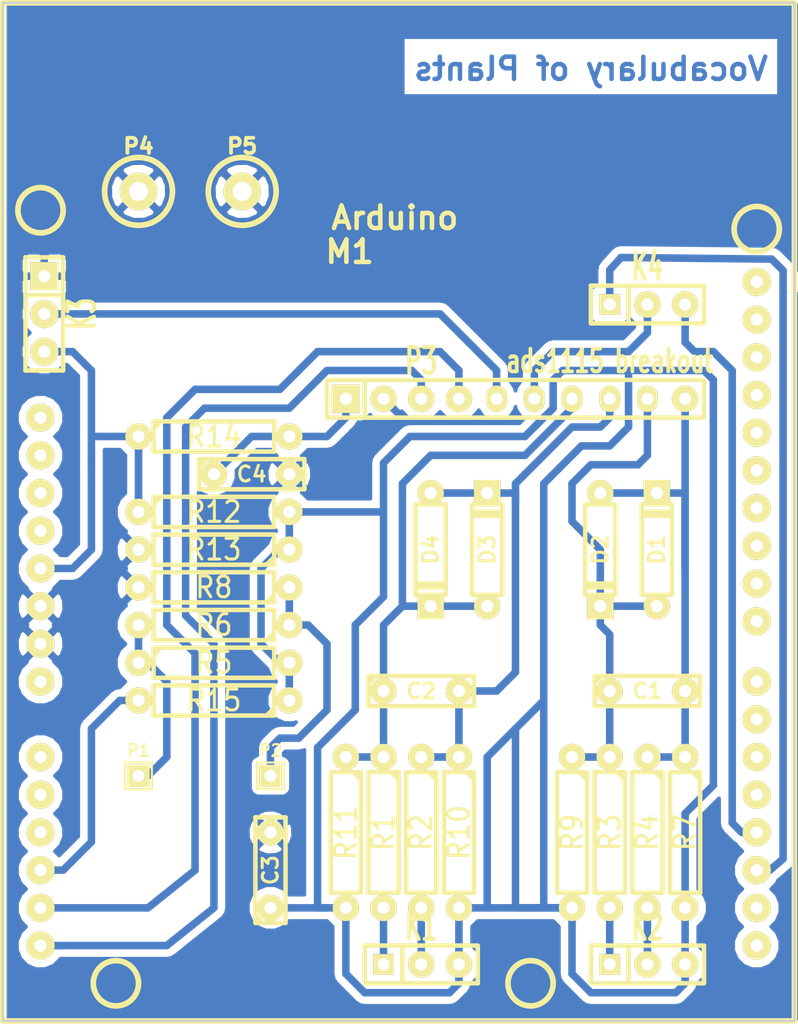
<source format=kicad_pcb>
(kicad_pcb (version 3) (host pcbnew "(2013-jul-07)-stable")

  (general
    (links 59)
    (no_connects 0)
    (area 196.151499 98.615499 250.380501 168.084501)
    (thickness 1.6)
    (drawings 5)
    (tracks 223)
    (zones 0)
    (modules 33)
    (nets 22)
  )

  (page A3)
  (layers
    (15 F.Cu signal)
    (0 B.Cu signal)
    (16 B.Adhes user)
    (17 F.Adhes user)
    (18 B.Paste user)
    (19 F.Paste user)
    (20 B.SilkS user)
    (21 F.SilkS user)
    (22 B.Mask user)
    (23 F.Mask user)
    (24 Dwgs.User user)
    (25 Cmts.User user)
    (26 Eco1.User user)
    (27 Eco2.User user)
    (28 Edge.Cuts user)
  )

  (setup
    (last_trace_width 0.508)
    (trace_clearance 0.254)
    (zone_clearance 0.508)
    (zone_45_only no)
    (trace_min 0.127)
    (segment_width 0.2)
    (edge_width 0.15)
    (via_size 1.524)
    (via_drill 0.635)
    (via_min_size 0.889)
    (via_min_drill 0.508)
    (uvia_size 0.508)
    (uvia_drill 0.127)
    (uvias_allowed no)
    (uvia_min_size 0.508)
    (uvia_min_drill 0.127)
    (pcb_text_width 0.3)
    (pcb_text_size 1.5 1.5)
    (mod_edge_width 0.15)
    (mod_text_size 1.5 1.5)
    (mod_text_width 0.15)
    (pad_size 1.905 1.905)
    (pad_drill 0.8128)
    (pad_to_mask_clearance 0.2)
    (aux_axis_origin 0 0)
    (visible_elements FFFFFFBF)
    (pcbplotparams
      (layerselection 284196865)
      (usegerberextensions false)
      (excludeedgelayer true)
      (linewidth 0.150000)
      (plotframeref false)
      (viasonmask false)
      (mode 1)
      (useauxorigin false)
      (hpglpennumber 1)
      (hpglpenspeed 20)
      (hpglpendiameter 15)
      (hpglpenoverlay 2)
      (psnegative false)
      (psa4output false)
      (plotreference true)
      (plotvalue true)
      (plotothertext true)
      (plotinvisibletext false)
      (padsonsilk false)
      (subtractmaskfromsilk false)
      (outputformat 1)
      (mirror false)
      (drillshape 0)
      (scaleselection 1)
      (outputdirectory ""))
  )

  (net 0 "")
  (net 1 +5V)
  (net 2 GND)
  (net 3 N-000001)
  (net 4 N-0000010)
  (net 5 N-0000011)
  (net 6 N-0000012)
  (net 7 N-0000013)
  (net 8 N-0000015)
  (net 9 N-0000016)
  (net 10 N-0000017)
  (net 11 N-0000018)
  (net 12 N-000002)
  (net 13 N-000003)
  (net 14 N-0000038)
  (net 15 N-0000039)
  (net 16 N-000004)
  (net 17 N-0000040)
  (net 18 N-000006)
  (net 19 N-000007)
  (net 20 N-000008)
  (net 21 N-000009)

  (net_class Default "This is the default net class."
    (clearance 0.254)
    (trace_width 0.508)
    (via_dia 1.524)
    (via_drill 0.635)
    (uvia_dia 0.508)
    (uvia_drill 0.127)
    (add_net "")
    (add_net +5V)
    (add_net GND)
    (add_net N-000001)
    (add_net N-0000010)
    (add_net N-0000011)
    (add_net N-0000012)
    (add_net N-0000013)
    (add_net N-0000015)
    (add_net N-0000016)
    (add_net N-0000017)
    (add_net N-0000018)
    (add_net N-000002)
    (add_net N-000003)
    (add_net N-0000038)
    (add_net N-0000039)
    (add_net N-000004)
    (add_net N-0000040)
    (add_net N-000006)
    (add_net N-000007)
    (add_net N-000008)
    (add_net N-000009)
  )

  (net_class narrow ""
    (clearance 0.127)
    (trace_width 0.127)
    (via_dia 1.524)
    (via_drill 0.635)
    (uvia_dia 0.508)
    (uvia_drill 0.127)
  )

  (module C2 (layer F.Cu) (tedit 5473C665) (tstamp 5473B66C)
    (at 240.03 145.415)
    (descr "Condensateur = 2 pas")
    (tags C)
    (path /546898CA)
    (fp_text reference C1 (at 0 0) (layer F.SilkS)
      (effects (font (size 1.016 1.016) (thickness 0.2032)))
    )
    (fp_text value 100n (at 0 0) (layer F.SilkS) hide
      (effects (font (size 1.016 1.016) (thickness 0.2032)))
    )
    (fp_line (start -3.556 -1.016) (end 3.556 -1.016) (layer F.SilkS) (width 0.3048))
    (fp_line (start 3.556 -1.016) (end 3.556 1.016) (layer F.SilkS) (width 0.3048))
    (fp_line (start 3.556 1.016) (end -3.556 1.016) (layer F.SilkS) (width 0.3048))
    (fp_line (start -3.556 1.016) (end -3.556 -1.016) (layer F.SilkS) (width 0.3048))
    (fp_line (start -3.556 -0.508) (end -3.048 -1.016) (layer F.SilkS) (width 0.3048))
    (pad 1 thru_hole circle (at -2.54 0) (size 1.778 1.778) (drill 0.8128)
      (layers *.Cu *.Mask F.SilkS)
      (net 15 N-0000039)
    )
    (pad 2 thru_hole circle (at 2.54 0) (size 1.778 1.778) (drill 0.8128)
      (layers *.Cu *.Mask F.SilkS)
      (net 17 N-0000040)
    )
    (model discret/capa_2pas_5x5mm.wrl
      (at (xyz 0 0 0))
      (scale (xyz 1 1 1))
      (rotate (xyz 0 0 0))
    )
  )

  (module C2 (layer F.Cu) (tedit 200000) (tstamp 546C1DF8)
    (at 214.63 157.48 90)
    (descr "Condensateur = 2 pas")
    (tags C)
    (path /5468DB84)
    (fp_text reference C3 (at 0 0 90) (layer F.SilkS)
      (effects (font (size 1.016 1.016) (thickness 0.2032)))
    )
    (fp_text value 10u (at 0 0 90) (layer F.SilkS) hide
      (effects (font (size 1.016 1.016) (thickness 0.2032)))
    )
    (fp_line (start -3.556 -1.016) (end 3.556 -1.016) (layer F.SilkS) (width 0.3048))
    (fp_line (start 3.556 -1.016) (end 3.556 1.016) (layer F.SilkS) (width 0.3048))
    (fp_line (start 3.556 1.016) (end -3.556 1.016) (layer F.SilkS) (width 0.3048))
    (fp_line (start -3.556 1.016) (end -3.556 -1.016) (layer F.SilkS) (width 0.3048))
    (fp_line (start -3.556 -0.508) (end -3.048 -1.016) (layer F.SilkS) (width 0.3048))
    (pad 1 thru_hole circle (at -2.54 0 90) (size 1.778 1.778) (drill 0.8128)
      (layers *.Cu *.Mask F.SilkS)
      (net 14 N-0000038)
    )
    (pad 2 thru_hole circle (at 2.54 0 90) (size 1.778 1.778) (drill 0.8128)
      (layers *.Cu *.Mask F.SilkS)
      (net 2 GND)
    )
    (model discret/capa_2pas_5x5mm.wrl
      (at (xyz 0 0 0))
      (scale (xyz 1 1 1))
      (rotate (xyz 0 0 0))
    )
  )

  (module C2 (layer F.Cu) (tedit 200000) (tstamp 546CE261)
    (at 224.79 145.415)
    (descr "Condensateur = 2 pas")
    (tags C)
    (path /546897C2)
    (fp_text reference C2 (at 0 0) (layer F.SilkS)
      (effects (font (size 1.016 1.016) (thickness 0.2032)))
    )
    (fp_text value 100n (at 0 0) (layer F.SilkS) hide
      (effects (font (size 1.016 1.016) (thickness 0.2032)))
    )
    (fp_line (start -3.556 -1.016) (end 3.556 -1.016) (layer F.SilkS) (width 0.3048))
    (fp_line (start 3.556 -1.016) (end 3.556 1.016) (layer F.SilkS) (width 0.3048))
    (fp_line (start 3.556 1.016) (end -3.556 1.016) (layer F.SilkS) (width 0.3048))
    (fp_line (start -3.556 1.016) (end -3.556 -1.016) (layer F.SilkS) (width 0.3048))
    (fp_line (start -3.556 -0.508) (end -3.048 -1.016) (layer F.SilkS) (width 0.3048))
    (pad 1 thru_hole circle (at -2.54 0) (size 1.778 1.778) (drill 0.8128)
      (layers *.Cu *.Mask F.SilkS)
      (net 3 N-000001)
    )
    (pad 2 thru_hole circle (at 2.54 0) (size 1.778 1.778) (drill 0.8128)
      (layers *.Cu *.Mask F.SilkS)
      (net 7 N-0000013)
    )
    (model discret/capa_2pas_5x5mm.wrl
      (at (xyz 0 0 0))
      (scale (xyz 1 1 1))
      (rotate (xyz 0 0 0))
    )
  )

  (module SIL-1 (layer F.Cu) (tedit 51C2D55B) (tstamp 546C1CDE)
    (at 205.74 151.13)
    (descr "Connecteurs 1 pin")
    (tags "CONN DEV")
    (path /546CE8D5)
    (fp_text reference P1 (at 0 -1.7) (layer F.SilkS)
      (effects (font (size 0.8 0.8) (thickness 0.15)))
    )
    (fp_text value CONN_1 (at 0.1 -1.7) (layer F.SilkS) hide
      (effects (font (size 0.8 0.8) (thickness 0.15)))
    )
    (fp_line (start -0.9 -0.9) (end 0.9 -0.9) (layer F.SilkS) (width 0.15))
    (fp_line (start 0.9 -0.9) (end 0.9 0.9) (layer F.SilkS) (width 0.15))
    (fp_line (start 0.9 0.9) (end -0.9 0.9) (layer F.SilkS) (width 0.15))
    (fp_line (start -0.9 0.9) (end -0.9 -0.9) (layer F.SilkS) (width 0.15))
    (pad 1 thru_hole rect (at 0 0) (size 1.5 1.5) (drill 0.8)
      (layers *.Cu *.Mask F.SilkS)
      (net 21 N-000009)
    )
  )

  (module SIL-1 (layer F.Cu) (tedit 51C2D55B) (tstamp 546C1D92)
    (at 214.63 151.13)
    (descr "Connecteurs 1 pin")
    (tags "CONN DEV")
    (path /546CE8E4)
    (fp_text reference P2 (at 0 -1.7) (layer F.SilkS)
      (effects (font (size 0.8 0.8) (thickness 0.15)))
    )
    (fp_text value CONN_1 (at 0.1 -1.7) (layer F.SilkS) hide
      (effects (font (size 0.8 0.8) (thickness 0.15)))
    )
    (fp_line (start -0.9 -0.9) (end 0.9 -0.9) (layer F.SilkS) (width 0.15))
    (fp_line (start 0.9 -0.9) (end 0.9 0.9) (layer F.SilkS) (width 0.15))
    (fp_line (start 0.9 0.9) (end -0.9 0.9) (layer F.SilkS) (width 0.15))
    (fp_line (start -0.9 0.9) (end -0.9 -0.9) (layer F.SilkS) (width 0.15))
    (pad 1 thru_hole rect (at 0 0) (size 1.5 1.5) (drill 0.8)
      (layers *.Cu *.Mask F.SilkS)
      (net 20 N-000008)
    )
  )

  (module SIL-3 (layer F.Cu) (tedit 200000) (tstamp 546C1D9E)
    (at 224.79 163.83)
    (descr "Connecteur 3 pins")
    (tags "CONN DEV")
    (path /54688D3D)
    (fp_text reference K1 (at 0 -2.54) (layer F.SilkS)
      (effects (font (size 1.7907 1.07696) (thickness 0.3048)))
    )
    (fp_text value CONN_3 (at 0 -2.54) (layer F.SilkS) hide
      (effects (font (size 1.524 1.016) (thickness 0.3048)))
    )
    (fp_line (start -3.81 1.27) (end -3.81 -1.27) (layer F.SilkS) (width 0.3048))
    (fp_line (start -3.81 -1.27) (end 3.81 -1.27) (layer F.SilkS) (width 0.3048))
    (fp_line (start 3.81 -1.27) (end 3.81 1.27) (layer F.SilkS) (width 0.3048))
    (fp_line (start 3.81 1.27) (end -3.81 1.27) (layer F.SilkS) (width 0.3048))
    (fp_line (start -1.27 -1.27) (end -1.27 1.27) (layer F.SilkS) (width 0.3048))
    (pad 1 thru_hole rect (at -2.54 0) (size 1.397 1.397) (drill 0.8128)
      (layers *.Cu *.Mask F.SilkS)
      (net 8 N-0000015)
    )
    (pad 2 thru_hole circle (at 0 0) (size 1.778 1.778) (drill 0.8128)
      (layers *.Cu *.Mask F.SilkS)
      (net 9 N-0000016)
    )
    (pad 3 thru_hole circle (at 2.54 0) (size 1.778 1.778) (drill 0.8128)
      (layers *.Cu *.Mask F.SilkS)
      (net 14 N-0000038)
    )
  )

  (module SIL-3 (layer F.Cu) (tedit 5473C6B7) (tstamp 546CE1AE)
    (at 240.03 163.83)
    (descr "Connecteur 3 pins")
    (tags "CONN DEV")
    (path /54688F40)
    (fp_text reference K2 (at 0 -2.54) (layer F.SilkS)
      (effects (font (size 1.7907 1.07696) (thickness 0.3048)))
    )
    (fp_text value CONN_3 (at 0 -2.54) (layer F.SilkS) hide
      (effects (font (size 1.524 1.016) (thickness 0.3048)))
    )
    (fp_line (start -3.81 1.27) (end -3.81 -1.27) (layer F.SilkS) (width 0.3048))
    (fp_line (start -3.81 -1.27) (end 3.81 -1.27) (layer F.SilkS) (width 0.3048))
    (fp_line (start 3.81 -1.27) (end 3.81 1.27) (layer F.SilkS) (width 0.3048))
    (fp_line (start 3.81 1.27) (end -3.81 1.27) (layer F.SilkS) (width 0.3048))
    (fp_line (start -1.27 -1.27) (end -1.27 1.27) (layer F.SilkS) (width 0.3048))
    (pad 1 thru_hole rect (at -2.54 0) (size 1.397 1.397) (drill 0.8128)
      (layers *.Cu *.Mask F.SilkS)
      (net 10 N-0000017)
    )
    (pad 2 thru_hole circle (at 0 0) (size 1.778 1.778) (drill 0.8128)
      (layers *.Cu *.Mask F.SilkS)
      (net 11 N-0000018)
    )
    (pad 3 thru_hole circle (at 2.54 0) (size 1.778 1.778) (drill 0.8128)
      (layers *.Cu *.Mask F.SilkS)
      (net 14 N-0000038)
    )
  )

  (module D3 (layer F.Cu) (tedit 200000) (tstamp 546C1DB8)
    (at 236.855 135.89 270)
    (descr "Diode 3 pas")
    (tags "DIODE DEV")
    (path /5468B92C)
    (fp_text reference D2 (at 0 0 270) (layer F.SilkS)
      (effects (font (size 1.016 1.016) (thickness 0.2032)))
    )
    (fp_text value 1n914 (at 0 0 270) (layer F.SilkS) hide
      (effects (font (size 1.016 1.016) (thickness 0.2032)))
    )
    (fp_line (start 3.81 0) (end 3.048 0) (layer F.SilkS) (width 0.3048))
    (fp_line (start 3.048 0) (end 3.048 -1.016) (layer F.SilkS) (width 0.3048))
    (fp_line (start 3.048 -1.016) (end -3.048 -1.016) (layer F.SilkS) (width 0.3048))
    (fp_line (start -3.048 -1.016) (end -3.048 0) (layer F.SilkS) (width 0.3048))
    (fp_line (start -3.048 0) (end -3.81 0) (layer F.SilkS) (width 0.3048))
    (fp_line (start -3.048 0) (end -3.048 1.016) (layer F.SilkS) (width 0.3048))
    (fp_line (start -3.048 1.016) (end 3.048 1.016) (layer F.SilkS) (width 0.3048))
    (fp_line (start 3.048 1.016) (end 3.048 0) (layer F.SilkS) (width 0.3048))
    (fp_line (start 2.54 -1.016) (end 2.54 1.016) (layer F.SilkS) (width 0.3048))
    (fp_line (start 2.286 1.016) (end 2.286 -1.016) (layer F.SilkS) (width 0.3048))
    (pad 2 thru_hole rect (at 3.81 0 270) (size 1.778 1.778) (drill 0.8128)
      (layers *.Cu *.Mask F.SilkS)
      (net 15 N-0000039)
    )
    (pad 1 thru_hole circle (at -3.81 0 270) (size 1.778 1.778) (drill 0.8128)
      (layers *.Cu *.Mask F.SilkS)
      (net 17 N-0000040)
    )
    (model discret/diode.wrl
      (at (xyz 0 0 0))
      (scale (xyz 0.3 0.3 0.3))
      (rotate (xyz 0 0 0))
    )
  )

  (module D3 (layer F.Cu) (tedit 200000) (tstamp 546C1DC6)
    (at 240.665 135.89 90)
    (descr "Diode 3 pas")
    (tags "DIODE DEV")
    (path /5468B880)
    (fp_text reference D1 (at 0 0 90) (layer F.SilkS)
      (effects (font (size 1.016 1.016) (thickness 0.2032)))
    )
    (fp_text value 1n914 (at 0 0 90) (layer F.SilkS) hide
      (effects (font (size 1.016 1.016) (thickness 0.2032)))
    )
    (fp_line (start 3.81 0) (end 3.048 0) (layer F.SilkS) (width 0.3048))
    (fp_line (start 3.048 0) (end 3.048 -1.016) (layer F.SilkS) (width 0.3048))
    (fp_line (start 3.048 -1.016) (end -3.048 -1.016) (layer F.SilkS) (width 0.3048))
    (fp_line (start -3.048 -1.016) (end -3.048 0) (layer F.SilkS) (width 0.3048))
    (fp_line (start -3.048 0) (end -3.81 0) (layer F.SilkS) (width 0.3048))
    (fp_line (start -3.048 0) (end -3.048 1.016) (layer F.SilkS) (width 0.3048))
    (fp_line (start -3.048 1.016) (end 3.048 1.016) (layer F.SilkS) (width 0.3048))
    (fp_line (start 3.048 1.016) (end 3.048 0) (layer F.SilkS) (width 0.3048))
    (fp_line (start 2.54 -1.016) (end 2.54 1.016) (layer F.SilkS) (width 0.3048))
    (fp_line (start 2.286 1.016) (end 2.286 -1.016) (layer F.SilkS) (width 0.3048))
    (pad 2 thru_hole rect (at 3.81 0 90) (size 1.778 1.778) (drill 0.8128)
      (layers *.Cu *.Mask F.SilkS)
      (net 17 N-0000040)
    )
    (pad 1 thru_hole circle (at -3.81 0 90) (size 1.778 1.778) (drill 0.8128)
      (layers *.Cu *.Mask F.SilkS)
      (net 15 N-0000039)
    )
    (model discret/diode.wrl
      (at (xyz 0 0 0))
      (scale (xyz 0.3 0.3 0.3))
      (rotate (xyz 0 0 0))
    )
  )

  (module D3 (layer F.Cu) (tedit 547E68B9) (tstamp 546CE191)
    (at 225.425 135.89 270)
    (descr "Diode 3 pas")
    (tags "DIODE DEV")
    (path /5468BFA5)
    (fp_text reference D4 (at 0 0 270) (layer F.SilkS)
      (effects (font (size 1.016 1.016) (thickness 0.2032)))
    )
    (fp_text value 1n914 (at 0 0 270) (layer F.SilkS) hide
      (effects (font (size 1.016 1.016) (thickness 0.2032)))
    )
    (fp_line (start 3.81 0) (end 3.048 0) (layer F.SilkS) (width 0.3048))
    (fp_line (start 3.048 0) (end 3.048 -1.016) (layer F.SilkS) (width 0.3048))
    (fp_line (start 3.048 -1.016) (end -3.048 -1.016) (layer F.SilkS) (width 0.3048))
    (fp_line (start -3.048 -1.016) (end -3.048 0) (layer F.SilkS) (width 0.3048))
    (fp_line (start -3.048 0) (end -3.81 0) (layer F.SilkS) (width 0.3048))
    (fp_line (start -3.048 0) (end -3.048 1.016) (layer F.SilkS) (width 0.3048))
    (fp_line (start -3.048 1.016) (end 3.048 1.016) (layer F.SilkS) (width 0.3048))
    (fp_line (start 3.048 1.016) (end 3.048 0) (layer F.SilkS) (width 0.3048))
    (fp_line (start 2.54 -1.016) (end 2.54 1.016) (layer F.SilkS) (width 0.3048))
    (fp_line (start 2.286 1.016) (end 2.286 -1.016) (layer F.SilkS) (width 0.3048))
    (pad 2 thru_hole rect (at 3.81 0 270) (size 1.778 1.778) (drill 0.8128)
      (layers *.Cu *.Mask F.SilkS)
      (net 3 N-000001)
    )
    (pad 1 thru_hole circle (at -3.81 0 270) (size 1.778 1.778) (drill 0.8128)
      (layers *.Cu *.Mask F.SilkS)
      (net 7 N-0000013)
    )
    (model discret/diode.wrl
      (at (xyz 0 0 0))
      (scale (xyz 0.3 0.3 0.3))
      (rotate (xyz 0 0 0))
    )
  )

  (module D3 (layer F.Cu) (tedit 200000) (tstamp 546C1DE2)
    (at 229.235 135.89 90)
    (descr "Diode 3 pas")
    (tags "DIODE DEV")
    (path /5468BF9F)
    (fp_text reference D3 (at 0 0 90) (layer F.SilkS)
      (effects (font (size 1.016 1.016) (thickness 0.2032)))
    )
    (fp_text value 1n914 (at 0 0 90) (layer F.SilkS) hide
      (effects (font (size 1.016 1.016) (thickness 0.2032)))
    )
    (fp_line (start 3.81 0) (end 3.048 0) (layer F.SilkS) (width 0.3048))
    (fp_line (start 3.048 0) (end 3.048 -1.016) (layer F.SilkS) (width 0.3048))
    (fp_line (start 3.048 -1.016) (end -3.048 -1.016) (layer F.SilkS) (width 0.3048))
    (fp_line (start -3.048 -1.016) (end -3.048 0) (layer F.SilkS) (width 0.3048))
    (fp_line (start -3.048 0) (end -3.81 0) (layer F.SilkS) (width 0.3048))
    (fp_line (start -3.048 0) (end -3.048 1.016) (layer F.SilkS) (width 0.3048))
    (fp_line (start -3.048 1.016) (end 3.048 1.016) (layer F.SilkS) (width 0.3048))
    (fp_line (start 3.048 1.016) (end 3.048 0) (layer F.SilkS) (width 0.3048))
    (fp_line (start 2.54 -1.016) (end 2.54 1.016) (layer F.SilkS) (width 0.3048))
    (fp_line (start 2.286 1.016) (end 2.286 -1.016) (layer F.SilkS) (width 0.3048))
    (pad 2 thru_hole rect (at 3.81 0 90) (size 1.778 1.778) (drill 0.8128)
      (layers *.Cu *.Mask F.SilkS)
      (net 7 N-0000013)
    )
    (pad 1 thru_hole circle (at -3.81 0 90) (size 1.778 1.778) (drill 0.8128)
      (layers *.Cu *.Mask F.SilkS)
      (net 3 N-000001)
    )
    (model discret/diode.wrl
      (at (xyz 0 0 0))
      (scale (xyz 0.3 0.3 0.3))
      (rotate (xyz 0 0 0))
    )
  )

  (module SIL-10 (layer F.Cu) (tedit 547F4B25) (tstamp 5473C84C)
    (at 231.14 125.73)
    (descr "Connecteur 10 pins")
    (tags "CONN DEV")
    (path /546884CE)
    (fp_text reference P3 (at -6.35 -2.54) (layer F.SilkS)
      (effects (font (size 1.72974 1.08712) (thickness 0.3048)))
    )
    (fp_text value "ads1115 breakout" (at 6.35 -2.54) (layer F.SilkS)
      (effects (font (size 1.524 1.016) (thickness 0.3048)))
    )
    (fp_line (start -12.7 1.27) (end -12.7 -1.27) (layer F.SilkS) (width 0.3048))
    (fp_line (start -12.7 -1.27) (end 12.7 -1.27) (layer F.SilkS) (width 0.3048))
    (fp_line (start 12.7 -1.27) (end 12.7 1.27) (layer F.SilkS) (width 0.3048))
    (fp_line (start 12.7 1.27) (end -12.7 1.27) (layer F.SilkS) (width 0.3048))
    (fp_line (start -10.16 1.27) (end -10.16 -1.27) (layer F.SilkS) (width 0.3048))
    (pad 1 thru_hole rect (at -11.43 0) (size 1.905 1.905) (drill 0.8128)
      (layers *.Cu *.Mask F.SilkS)
      (net 16 N-000004)
    )
    (pad 2 thru_hole circle (at -8.89 0) (size 1.778 1.778) (drill 0.8128)
      (layers *.Cu *.Mask F.SilkS)
      (net 2 GND)
    )
    (pad 3 thru_hole circle (at -6.35 0) (size 1.778 1.778) (drill 0.8128)
      (layers *.Cu *.Mask F.SilkS)
      (net 12 N-000002)
    )
    (pad 4 thru_hole circle (at -3.81 0) (size 1.778 1.778) (drill 0.8128)
      (layers *.Cu *.Mask F.SilkS)
      (net 13 N-000003)
    )
    (pad 5 thru_hole oval (at -1.27 0) (size 1.397 1.778) (drill 0.8128)
      (layers *.Cu *.Mask F.SilkS)
      (net 6 N-0000012)
    )
    (pad 6 thru_hole oval (at 1.27 0) (size 1.397 1.778) (drill 0.8128)
      (layers *.Cu *.Mask F.SilkS)
      (net 19 N-000007)
    )
    (pad 7 thru_hole oval (at 3.81 0) (size 1.397 1.778) (drill 0.8128)
      (layers *.Cu *.Mask F.SilkS)
      (net 3 N-000001)
    )
    (pad 8 thru_hole oval (at 6.35 0) (size 1.397 1.778) (drill 0.8128)
      (layers *.Cu *.Mask F.SilkS)
      (net 7 N-0000013)
    )
    (pad 9 thru_hole oval (at 8.89 0) (size 1.397 1.778) (drill 0.8128)
      (layers *.Cu *.Mask F.SilkS)
      (net 15 N-0000039)
    )
    (pad 10 thru_hole circle (at 11.43 0) (size 1.778 1.778) (drill 0.8128)
      (layers *.Cu *.Mask F.SilkS)
      (net 17 N-0000040)
    )
  )

  (module SIL-3 (layer F.Cu) (tedit 200000) (tstamp 5473ABE7)
    (at 240.03 119.38)
    (descr "Connecteur 3 pins")
    (tags "CONN DEV")
    (path /5473A815)
    (fp_text reference K4 (at 0 -2.54) (layer F.SilkS)
      (effects (font (size 1.7907 1.07696) (thickness 0.3048)))
    )
    (fp_text value CONN_3 (at 0 -2.54) (layer F.SilkS) hide
      (effects (font (size 1.524 1.016) (thickness 0.3048)))
    )
    (fp_line (start -3.81 1.27) (end -3.81 -1.27) (layer F.SilkS) (width 0.3048))
    (fp_line (start -3.81 -1.27) (end 3.81 -1.27) (layer F.SilkS) (width 0.3048))
    (fp_line (start 3.81 -1.27) (end 3.81 1.27) (layer F.SilkS) (width 0.3048))
    (fp_line (start 3.81 1.27) (end -3.81 1.27) (layer F.SilkS) (width 0.3048))
    (fp_line (start -1.27 -1.27) (end -1.27 1.27) (layer F.SilkS) (width 0.3048))
    (pad 1 thru_hole rect (at -2.54 0) (size 1.397 1.397) (drill 0.8128)
      (layers *.Cu *.Mask F.SilkS)
      (net 4 N-0000010)
    )
    (pad 2 thru_hole circle (at 0 0) (size 1.778 1.778) (drill 0.8128)
      (layers *.Cu *.Mask F.SilkS)
      (net 19 N-000007)
    )
    (pad 3 thru_hole circle (at 2.54 0) (size 1.778 1.778) (drill 0.8128)
      (layers *.Cu *.Mask F.SilkS)
      (net 5 N-0000011)
    )
  )

  (module SIL-3 (layer F.Cu) (tedit 547F4AA1) (tstamp 5473ABF3)
    (at 199.39 120.015 270)
    (descr "Connecteur 3 pins")
    (tags "CONN DEV")
    (path /5473A93A)
    (fp_text reference K3 (at 0 -2.54 270) (layer F.SilkS)
      (effects (font (size 1.7907 1.07696) (thickness 0.3048)))
    )
    (fp_text value CONN_3 (at 0 -2.54 270) (layer F.SilkS) hide
      (effects (font (size 1.524 1.016) (thickness 0.3048)))
    )
    (fp_line (start -3.81 1.27) (end -3.81 -1.27) (layer F.SilkS) (width 0.3048))
    (fp_line (start -3.81 -1.27) (end 3.81 -1.27) (layer F.SilkS) (width 0.3048))
    (fp_line (start 3.81 -1.27) (end 3.81 1.27) (layer F.SilkS) (width 0.3048))
    (fp_line (start 3.81 1.27) (end -3.81 1.27) (layer F.SilkS) (width 0.3048))
    (fp_line (start -1.27 -1.27) (end -1.27 1.27) (layer F.SilkS) (width 0.3048))
    (pad 1 thru_hole rect (at -2.54 0 270) (size 1.905 1.905) (drill 0.8128)
      (layers *.Cu *.Mask F.SilkS)
      (net 2 GND)
    )
    (pad 2 thru_hole circle (at 0 0 270) (size 1.905 1.905) (drill 0.8128)
      (layers *.Cu *.Mask F.SilkS)
      (net 6 N-0000012)
    )
    (pad 3 thru_hole circle (at 2.54 0 270) (size 1.905 1.905) (drill 0.8128)
      (layers *.Cu *.Mask F.SilkS)
      (net 1 +5V)
    )
  )

  (module C2 (layer F.Cu) (tedit 200000) (tstamp 547412FA)
    (at 213.36 130.81)
    (descr "Condensateur = 2 pas")
    (tags C)
    (path /5473BF7B)
    (fp_text reference C4 (at 0 0) (layer F.SilkS)
      (effects (font (size 1.016 1.016) (thickness 0.2032)))
    )
    (fp_text value 10u (at 0 0) (layer F.SilkS) hide
      (effects (font (size 1.016 1.016) (thickness 0.2032)))
    )
    (fp_line (start -3.556 -1.016) (end 3.556 -1.016) (layer F.SilkS) (width 0.3048))
    (fp_line (start 3.556 -1.016) (end 3.556 1.016) (layer F.SilkS) (width 0.3048))
    (fp_line (start 3.556 1.016) (end -3.556 1.016) (layer F.SilkS) (width 0.3048))
    (fp_line (start -3.556 1.016) (end -3.556 -1.016) (layer F.SilkS) (width 0.3048))
    (fp_line (start -3.556 -0.508) (end -3.048 -1.016) (layer F.SilkS) (width 0.3048))
    (pad 1 thru_hole circle (at -2.54 0) (size 1.778 1.778) (drill 0.8128)
      (layers *.Cu *.Mask F.SilkS)
      (net 16 N-000004)
    )
    (pad 2 thru_hole circle (at 2.54 0) (size 1.778 1.778) (drill 0.8128)
      (layers *.Cu *.Mask F.SilkS)
      (net 2 GND)
    )
    (model discret/capa_2pas_5x5mm.wrl
      (at (xyz 0 0 0))
      (scale (xyz 1 1 1))
      (rotate (xyz 0 0 0))
    )
  )

  (module 1pin (layer F.Cu) (tedit 547F4AB8) (tstamp 547E5DDE)
    (at 205.74 111.76)
    (descr "module 1 pin (ou trou mecanique de percage)")
    (tags DEV)
    (path /547E5CA9)
    (fp_text reference P4 (at 0 -3.048) (layer F.SilkS)
      (effects (font (size 1.016 1.016) (thickness 0.254)))
    )
    (fp_text value CONN_1 (at 0 2.794) (layer F.SilkS) hide
      (effects (font (size 1.016 1.016) (thickness 0.254)))
    )
    (fp_circle (center 0 0) (end 0 -2.286) (layer F.SilkS) (width 0.381))
    (pad 1 thru_hole circle (at 0 0) (size 2.54 2.54) (drill 1.27)
      (layers *.Cu *.Mask F.SilkS)
      (net 2 GND)
    )
  )

  (module 1pin (layer F.Cu) (tedit 547F4ACB) (tstamp 547E5DE4)
    (at 212.725 111.76)
    (descr "module 1 pin (ou trou mecanique de percage)")
    (tags DEV)
    (path /547E5CB8)
    (fp_text reference P5 (at 0 -3.048) (layer F.SilkS)
      (effects (font (size 1.016 1.016) (thickness 0.254)))
    )
    (fp_text value CONN_1 (at 0 2.794) (layer F.SilkS) hide
      (effects (font (size 1.016 1.016) (thickness 0.254)))
    )
    (fp_circle (center 0 0) (end 0 -2.286) (layer F.SilkS) (width 0.381))
    (pad 1 thru_hole circle (at 0 0) (size 2.54 2.54) (drill 1.27)
      (layers *.Cu *.Mask F.SilkS)
      (net 2 GND)
    )
  )

  (module R4-LARGE_PADS (layer F.Cu) (tedit 47E2673E) (tstamp 547E5F9D)
    (at 210.82 146.05 180)
    (descr "Resitance 4 pas")
    (tags R)
    (path /547E6136)
    (autoplace_cost180 10)
    (fp_text reference R15 (at 0 0 180) (layer F.SilkS)
      (effects (font (size 1.397 1.27) (thickness 0.2032)))
    )
    (fp_text value 10k (at 0 0 180) (layer F.SilkS) hide
      (effects (font (size 1.397 1.27) (thickness 0.2032)))
    )
    (fp_line (start -5.08 0) (end -4.064 0) (layer F.SilkS) (width 0.3048))
    (fp_line (start -4.064 0) (end -4.064 -1.016) (layer F.SilkS) (width 0.3048))
    (fp_line (start -4.064 -1.016) (end 4.064 -1.016) (layer F.SilkS) (width 0.3048))
    (fp_line (start 4.064 -1.016) (end 4.064 1.016) (layer F.SilkS) (width 0.3048))
    (fp_line (start 4.064 1.016) (end -4.064 1.016) (layer F.SilkS) (width 0.3048))
    (fp_line (start -4.064 1.016) (end -4.064 0) (layer F.SilkS) (width 0.3048))
    (fp_line (start -4.064 -0.508) (end -3.556 -1.016) (layer F.SilkS) (width 0.3048))
    (fp_line (start 5.08 0) (end 4.064 0) (layer F.SilkS) (width 0.3048))
    (pad 1 thru_hole circle (at -5.08 0 180) (size 1.778 1.778) (drill 0.8128)
      (layers *.Cu *.Mask F.SilkS)
      (net 14 N-0000038)
    )
    (pad 2 thru_hole circle (at 5.08 0 180) (size 1.778 1.778) (drill 0.8128)
      (layers *.Cu *.Mask F.SilkS)
      (net 18 N-000006)
    )
    (model discret/resistor.wrl
      (at (xyz 0 0 0))
      (scale (xyz 0.4 0.4 0.4))
      (rotate (xyz 0 0 0))
    )
  )

  (module R4-LARGE_PADS (layer F.Cu) (tedit 47E2673E) (tstamp 546C1CEC)
    (at 210.82 140.97 180)
    (descr "Resitance 4 pas")
    (tags R)
    (path /546A48D8)
    (autoplace_cost180 10)
    (fp_text reference R6 (at 0 0 180) (layer F.SilkS)
      (effects (font (size 1.397 1.27) (thickness 0.2032)))
    )
    (fp_text value 100k (at 0 0 180) (layer F.SilkS) hide
      (effects (font (size 1.397 1.27) (thickness 0.2032)))
    )
    (fp_line (start -5.08 0) (end -4.064 0) (layer F.SilkS) (width 0.3048))
    (fp_line (start -4.064 0) (end -4.064 -1.016) (layer F.SilkS) (width 0.3048))
    (fp_line (start -4.064 -1.016) (end 4.064 -1.016) (layer F.SilkS) (width 0.3048))
    (fp_line (start 4.064 -1.016) (end 4.064 1.016) (layer F.SilkS) (width 0.3048))
    (fp_line (start 4.064 1.016) (end -4.064 1.016) (layer F.SilkS) (width 0.3048))
    (fp_line (start -4.064 1.016) (end -4.064 0) (layer F.SilkS) (width 0.3048))
    (fp_line (start -4.064 -0.508) (end -3.556 -1.016) (layer F.SilkS) (width 0.3048))
    (fp_line (start 5.08 0) (end 4.064 0) (layer F.SilkS) (width 0.3048))
    (pad 1 thru_hole circle (at -5.08 0 180) (size 1.778 1.778) (drill 0.8128)
      (layers *.Cu *.Mask F.SilkS)
      (net 20 N-000008)
    )
    (pad 2 thru_hole circle (at 5.08 0 180) (size 1.778 1.778) (drill 0.8128)
      (layers *.Cu *.Mask F.SilkS)
      (net 21 N-000009)
    )
    (model discret/resistor.wrl
      (at (xyz 0 0 0))
      (scale (xyz 0.4 0.4 0.4))
      (rotate (xyz 0 0 0))
    )
  )

  (module R4-LARGE_PADS (layer F.Cu) (tedit 47E2673E) (tstamp 546C1CFA)
    (at 210.82 133.35)
    (descr "Resitance 4 pas")
    (tags R)
    (path /54688B7F)
    (autoplace_cost180 10)
    (fp_text reference R12 (at 0 0) (layer F.SilkS)
      (effects (font (size 1.397 1.27) (thickness 0.2032)))
    )
    (fp_text value 10k (at 0 0) (layer F.SilkS) hide
      (effects (font (size 1.397 1.27) (thickness 0.2032)))
    )
    (fp_line (start -5.08 0) (end -4.064 0) (layer F.SilkS) (width 0.3048))
    (fp_line (start -4.064 0) (end -4.064 -1.016) (layer F.SilkS) (width 0.3048))
    (fp_line (start -4.064 -1.016) (end 4.064 -1.016) (layer F.SilkS) (width 0.3048))
    (fp_line (start 4.064 -1.016) (end 4.064 1.016) (layer F.SilkS) (width 0.3048))
    (fp_line (start 4.064 1.016) (end -4.064 1.016) (layer F.SilkS) (width 0.3048))
    (fp_line (start -4.064 1.016) (end -4.064 0) (layer F.SilkS) (width 0.3048))
    (fp_line (start -4.064 -0.508) (end -3.556 -1.016) (layer F.SilkS) (width 0.3048))
    (fp_line (start 5.08 0) (end 4.064 0) (layer F.SilkS) (width 0.3048))
    (pad 1 thru_hole circle (at -5.08 0) (size 1.778 1.778) (drill 0.8128)
      (layers *.Cu *.Mask F.SilkS)
      (net 1 +5V)
    )
    (pad 2 thru_hole circle (at 5.08 0) (size 1.778 1.778) (drill 0.8128)
      (layers *.Cu *.Mask F.SilkS)
      (net 14 N-0000038)
    )
    (model discret/resistor.wrl
      (at (xyz 0 0 0))
      (scale (xyz 0.4 0.4 0.4))
      (rotate (xyz 0 0 0))
    )
  )

  (module R4-LARGE_PADS (layer F.Cu) (tedit 47E2673E) (tstamp 546C1D08)
    (at 219.71 154.94 270)
    (descr "Resitance 4 pas")
    (tags R)
    (path /54689274)
    (autoplace_cost180 10)
    (fp_text reference R11 (at 0 0 270) (layer F.SilkS)
      (effects (font (size 1.397 1.27) (thickness 0.2032)))
    )
    (fp_text value 1M (at 0 0 270) (layer F.SilkS) hide
      (effects (font (size 1.397 1.27) (thickness 0.2032)))
    )
    (fp_line (start -5.08 0) (end -4.064 0) (layer F.SilkS) (width 0.3048))
    (fp_line (start -4.064 0) (end -4.064 -1.016) (layer F.SilkS) (width 0.3048))
    (fp_line (start -4.064 -1.016) (end 4.064 -1.016) (layer F.SilkS) (width 0.3048))
    (fp_line (start 4.064 -1.016) (end 4.064 1.016) (layer F.SilkS) (width 0.3048))
    (fp_line (start 4.064 1.016) (end -4.064 1.016) (layer F.SilkS) (width 0.3048))
    (fp_line (start -4.064 1.016) (end -4.064 0) (layer F.SilkS) (width 0.3048))
    (fp_line (start -4.064 -0.508) (end -3.556 -1.016) (layer F.SilkS) (width 0.3048))
    (fp_line (start 5.08 0) (end 4.064 0) (layer F.SilkS) (width 0.3048))
    (pad 1 thru_hole circle (at -5.08 0 270) (size 1.778 1.778) (drill 0.8128)
      (layers *.Cu *.Mask F.SilkS)
      (net 3 N-000001)
    )
    (pad 2 thru_hole circle (at 5.08 0 270) (size 1.778 1.778) (drill 0.8128)
      (layers *.Cu *.Mask F.SilkS)
      (net 14 N-0000038)
    )
    (model discret/resistor.wrl
      (at (xyz 0 0 0))
      (scale (xyz 0.4 0.4 0.4))
      (rotate (xyz 0 0 0))
    )
  )

  (module R4-LARGE_PADS (layer F.Cu) (tedit 47E2673E) (tstamp 546C1D16)
    (at 210.82 143.51)
    (descr "Resitance 4 pas")
    (tags R)
    (path /546CE68F)
    (autoplace_cost180 10)
    (fp_text reference R5 (at 0 0) (layer F.SilkS)
      (effects (font (size 1.397 1.27) (thickness 0.2032)))
    )
    (fp_text value 10k (at 0 0) (layer F.SilkS) hide
      (effects (font (size 1.397 1.27) (thickness 0.2032)))
    )
    (fp_line (start -5.08 0) (end -4.064 0) (layer F.SilkS) (width 0.3048))
    (fp_line (start -4.064 0) (end -4.064 -1.016) (layer F.SilkS) (width 0.3048))
    (fp_line (start -4.064 -1.016) (end 4.064 -1.016) (layer F.SilkS) (width 0.3048))
    (fp_line (start 4.064 -1.016) (end 4.064 1.016) (layer F.SilkS) (width 0.3048))
    (fp_line (start 4.064 1.016) (end -4.064 1.016) (layer F.SilkS) (width 0.3048))
    (fp_line (start -4.064 1.016) (end -4.064 0) (layer F.SilkS) (width 0.3048))
    (fp_line (start -4.064 -0.508) (end -3.556 -1.016) (layer F.SilkS) (width 0.3048))
    (fp_line (start 5.08 0) (end 4.064 0) (layer F.SilkS) (width 0.3048))
    (pad 1 thru_hole circle (at -5.08 0) (size 1.778 1.778) (drill 0.8128)
      (layers *.Cu *.Mask F.SilkS)
      (net 21 N-000009)
    )
    (pad 2 thru_hole circle (at 5.08 0) (size 1.778 1.778) (drill 0.8128)
      (layers *.Cu *.Mask F.SilkS)
      (net 14 N-0000038)
    )
    (model discret/resistor.wrl
      (at (xyz 0 0 0))
      (scale (xyz 0.4 0.4 0.4))
      (rotate (xyz 0 0 0))
    )
  )

  (module R4-LARGE_PADS (layer F.Cu) (tedit 47E2673E) (tstamp 546C1D24)
    (at 242.57 154.94 270)
    (descr "Resitance 4 pas")
    (tags R)
    (path /54689335)
    (autoplace_cost180 10)
    (fp_text reference R7 (at 0 0 270) (layer F.SilkS)
      (effects (font (size 1.397 1.27) (thickness 0.2032)))
    )
    (fp_text value 1M (at 0 0 270) (layer F.SilkS) hide
      (effects (font (size 1.397 1.27) (thickness 0.2032)))
    )
    (fp_line (start -5.08 0) (end -4.064 0) (layer F.SilkS) (width 0.3048))
    (fp_line (start -4.064 0) (end -4.064 -1.016) (layer F.SilkS) (width 0.3048))
    (fp_line (start -4.064 -1.016) (end 4.064 -1.016) (layer F.SilkS) (width 0.3048))
    (fp_line (start 4.064 -1.016) (end 4.064 1.016) (layer F.SilkS) (width 0.3048))
    (fp_line (start 4.064 1.016) (end -4.064 1.016) (layer F.SilkS) (width 0.3048))
    (fp_line (start -4.064 1.016) (end -4.064 0) (layer F.SilkS) (width 0.3048))
    (fp_line (start -4.064 -0.508) (end -3.556 -1.016) (layer F.SilkS) (width 0.3048))
    (fp_line (start 5.08 0) (end 4.064 0) (layer F.SilkS) (width 0.3048))
    (pad 1 thru_hole circle (at -5.08 0 270) (size 1.778 1.778) (drill 0.8128)
      (layers *.Cu *.Mask F.SilkS)
      (net 17 N-0000040)
    )
    (pad 2 thru_hole circle (at 5.08 0 270) (size 1.778 1.778) (drill 0.8128)
      (layers *.Cu *.Mask F.SilkS)
      (net 14 N-0000038)
    )
    (model discret/resistor.wrl
      (at (xyz 0 0 0))
      (scale (xyz 0.4 0.4 0.4))
      (rotate (xyz 0 0 0))
    )
  )

  (module R4-LARGE_PADS (layer F.Cu) (tedit 47E2673E) (tstamp 546C1D32)
    (at 210.82 138.43 180)
    (descr "Resitance 4 pas")
    (tags R)
    (path /546A4919)
    (autoplace_cost180 10)
    (fp_text reference R8 (at 0 0 180) (layer F.SilkS)
      (effects (font (size 1.397 1.27) (thickness 0.2032)))
    )
    (fp_text value 1M (at 0 0 180) (layer F.SilkS) hide
      (effects (font (size 1.397 1.27) (thickness 0.2032)))
    )
    (fp_line (start -5.08 0) (end -4.064 0) (layer F.SilkS) (width 0.3048))
    (fp_line (start -4.064 0) (end -4.064 -1.016) (layer F.SilkS) (width 0.3048))
    (fp_line (start -4.064 -1.016) (end 4.064 -1.016) (layer F.SilkS) (width 0.3048))
    (fp_line (start 4.064 -1.016) (end 4.064 1.016) (layer F.SilkS) (width 0.3048))
    (fp_line (start 4.064 1.016) (end -4.064 1.016) (layer F.SilkS) (width 0.3048))
    (fp_line (start -4.064 1.016) (end -4.064 0) (layer F.SilkS) (width 0.3048))
    (fp_line (start -4.064 -0.508) (end -3.556 -1.016) (layer F.SilkS) (width 0.3048))
    (fp_line (start 5.08 0) (end 4.064 0) (layer F.SilkS) (width 0.3048))
    (pad 1 thru_hole circle (at -5.08 0 180) (size 1.778 1.778) (drill 0.8128)
      (layers *.Cu *.Mask F.SilkS)
      (net 20 N-000008)
    )
    (pad 2 thru_hole circle (at 5.08 0 180) (size 1.778 1.778) (drill 0.8128)
      (layers *.Cu *.Mask F.SilkS)
      (net 2 GND)
    )
    (model discret/resistor.wrl
      (at (xyz 0 0 0))
      (scale (xyz 0.4 0.4 0.4))
      (rotate (xyz 0 0 0))
    )
  )

  (module R4-LARGE_PADS (layer F.Cu) (tedit 47E2673E) (tstamp 546C1D40)
    (at 234.95 154.94 270)
    (descr "Resitance 4 pas")
    (tags R)
    (path /546892E9)
    (autoplace_cost180 10)
    (fp_text reference R9 (at 0 0 270) (layer F.SilkS)
      (effects (font (size 1.397 1.27) (thickness 0.2032)))
    )
    (fp_text value 1M (at 0 0 270) (layer F.SilkS) hide
      (effects (font (size 1.397 1.27) (thickness 0.2032)))
    )
    (fp_line (start -5.08 0) (end -4.064 0) (layer F.SilkS) (width 0.3048))
    (fp_line (start -4.064 0) (end -4.064 -1.016) (layer F.SilkS) (width 0.3048))
    (fp_line (start -4.064 -1.016) (end 4.064 -1.016) (layer F.SilkS) (width 0.3048))
    (fp_line (start 4.064 -1.016) (end 4.064 1.016) (layer F.SilkS) (width 0.3048))
    (fp_line (start 4.064 1.016) (end -4.064 1.016) (layer F.SilkS) (width 0.3048))
    (fp_line (start -4.064 1.016) (end -4.064 0) (layer F.SilkS) (width 0.3048))
    (fp_line (start -4.064 -0.508) (end -3.556 -1.016) (layer F.SilkS) (width 0.3048))
    (fp_line (start 5.08 0) (end 4.064 0) (layer F.SilkS) (width 0.3048))
    (pad 1 thru_hole circle (at -5.08 0 270) (size 1.778 1.778) (drill 0.8128)
      (layers *.Cu *.Mask F.SilkS)
      (net 15 N-0000039)
    )
    (pad 2 thru_hole circle (at 5.08 0 270) (size 1.778 1.778) (drill 0.8128)
      (layers *.Cu *.Mask F.SilkS)
      (net 14 N-0000038)
    )
    (model discret/resistor.wrl
      (at (xyz 0 0 0))
      (scale (xyz 0.4 0.4 0.4))
      (rotate (xyz 0 0 0))
    )
  )

  (module R4-LARGE_PADS (layer F.Cu) (tedit 47E2673E) (tstamp 54729A2C)
    (at 227.33 154.94 270)
    (descr "Resitance 4 pas")
    (tags R)
    (path /546892B6)
    (autoplace_cost180 10)
    (fp_text reference R10 (at 0 0 270) (layer F.SilkS)
      (effects (font (size 1.397 1.27) (thickness 0.2032)))
    )
    (fp_text value 1M (at 0 0 270) (layer F.SilkS) hide
      (effects (font (size 1.397 1.27) (thickness 0.2032)))
    )
    (fp_line (start -5.08 0) (end -4.064 0) (layer F.SilkS) (width 0.3048))
    (fp_line (start -4.064 0) (end -4.064 -1.016) (layer F.SilkS) (width 0.3048))
    (fp_line (start -4.064 -1.016) (end 4.064 -1.016) (layer F.SilkS) (width 0.3048))
    (fp_line (start 4.064 -1.016) (end 4.064 1.016) (layer F.SilkS) (width 0.3048))
    (fp_line (start 4.064 1.016) (end -4.064 1.016) (layer F.SilkS) (width 0.3048))
    (fp_line (start -4.064 1.016) (end -4.064 0) (layer F.SilkS) (width 0.3048))
    (fp_line (start -4.064 -0.508) (end -3.556 -1.016) (layer F.SilkS) (width 0.3048))
    (fp_line (start 5.08 0) (end 4.064 0) (layer F.SilkS) (width 0.3048))
    (pad 1 thru_hole circle (at -5.08 0 270) (size 1.778 1.778) (drill 0.8128)
      (layers *.Cu *.Mask F.SilkS)
      (net 7 N-0000013)
    )
    (pad 2 thru_hole circle (at 5.08 0 270) (size 1.778 1.778) (drill 0.8128)
      (layers *.Cu *.Mask F.SilkS)
      (net 14 N-0000038)
    )
    (model discret/resistor.wrl
      (at (xyz 0 0 0))
      (scale (xyz 0.4 0.4 0.4))
      (rotate (xyz 0 0 0))
    )
  )

  (module R4-LARGE_PADS (layer F.Cu) (tedit 47E2673E) (tstamp 546C1D5C)
    (at 222.25 154.94 270)
    (descr "Resitance 4 pas")
    (tags R)
    (path /54688B19)
    (autoplace_cost180 10)
    (fp_text reference R1 (at 0 0 270) (layer F.SilkS)
      (effects (font (size 1.397 1.27) (thickness 0.2032)))
    )
    (fp_text value 100K (at 0 0 270) (layer F.SilkS) hide
      (effects (font (size 1.397 1.27) (thickness 0.2032)))
    )
    (fp_line (start -5.08 0) (end -4.064 0) (layer F.SilkS) (width 0.3048))
    (fp_line (start -4.064 0) (end -4.064 -1.016) (layer F.SilkS) (width 0.3048))
    (fp_line (start -4.064 -1.016) (end 4.064 -1.016) (layer F.SilkS) (width 0.3048))
    (fp_line (start 4.064 -1.016) (end 4.064 1.016) (layer F.SilkS) (width 0.3048))
    (fp_line (start 4.064 1.016) (end -4.064 1.016) (layer F.SilkS) (width 0.3048))
    (fp_line (start -4.064 1.016) (end -4.064 0) (layer F.SilkS) (width 0.3048))
    (fp_line (start -4.064 -0.508) (end -3.556 -1.016) (layer F.SilkS) (width 0.3048))
    (fp_line (start 5.08 0) (end 4.064 0) (layer F.SilkS) (width 0.3048))
    (pad 1 thru_hole circle (at -5.08 0 270) (size 1.778 1.778) (drill 0.8128)
      (layers *.Cu *.Mask F.SilkS)
      (net 3 N-000001)
    )
    (pad 2 thru_hole circle (at 5.08 0 270) (size 1.778 1.778) (drill 0.8128)
      (layers *.Cu *.Mask F.SilkS)
      (net 8 N-0000015)
    )
    (model discret/resistor.wrl
      (at (xyz 0 0 0))
      (scale (xyz 0.4 0.4 0.4))
      (rotate (xyz 0 0 0))
    )
  )

  (module R4-LARGE_PADS (layer F.Cu) (tedit 47E2673E) (tstamp 546C1D6A)
    (at 240.03 154.94 270)
    (descr "Resitance 4 pas")
    (tags R)
    (path /546888FA)
    (autoplace_cost180 10)
    (fp_text reference R4 (at 0 0 270) (layer F.SilkS)
      (effects (font (size 1.397 1.27) (thickness 0.2032)))
    )
    (fp_text value 100K (at 0 0 270) (layer F.SilkS) hide
      (effects (font (size 1.397 1.27) (thickness 0.2032)))
    )
    (fp_line (start -5.08 0) (end -4.064 0) (layer F.SilkS) (width 0.3048))
    (fp_line (start -4.064 0) (end -4.064 -1.016) (layer F.SilkS) (width 0.3048))
    (fp_line (start -4.064 -1.016) (end 4.064 -1.016) (layer F.SilkS) (width 0.3048))
    (fp_line (start 4.064 -1.016) (end 4.064 1.016) (layer F.SilkS) (width 0.3048))
    (fp_line (start 4.064 1.016) (end -4.064 1.016) (layer F.SilkS) (width 0.3048))
    (fp_line (start -4.064 1.016) (end -4.064 0) (layer F.SilkS) (width 0.3048))
    (fp_line (start -4.064 -0.508) (end -3.556 -1.016) (layer F.SilkS) (width 0.3048))
    (fp_line (start 5.08 0) (end 4.064 0) (layer F.SilkS) (width 0.3048))
    (pad 1 thru_hole circle (at -5.08 0 270) (size 1.778 1.778) (drill 0.8128)
      (layers *.Cu *.Mask F.SilkS)
      (net 17 N-0000040)
    )
    (pad 2 thru_hole circle (at 5.08 0 270) (size 1.778 1.778) (drill 0.8128)
      (layers *.Cu *.Mask F.SilkS)
      (net 11 N-0000018)
    )
    (model discret/resistor.wrl
      (at (xyz 0 0 0))
      (scale (xyz 0.4 0.4 0.4))
      (rotate (xyz 0 0 0))
    )
  )

  (module R4-LARGE_PADS (layer F.Cu) (tedit 47E2673E) (tstamp 546C1D78)
    (at 224.79 154.94 270)
    (descr "Resitance 4 pas")
    (tags R)
    (path /54688ADB)
    (autoplace_cost180 10)
    (fp_text reference R2 (at 0 0 270) (layer F.SilkS)
      (effects (font (size 1.397 1.27) (thickness 0.2032)))
    )
    (fp_text value 100K (at 0 0 270) (layer F.SilkS) hide
      (effects (font (size 1.397 1.27) (thickness 0.2032)))
    )
    (fp_line (start -5.08 0) (end -4.064 0) (layer F.SilkS) (width 0.3048))
    (fp_line (start -4.064 0) (end -4.064 -1.016) (layer F.SilkS) (width 0.3048))
    (fp_line (start -4.064 -1.016) (end 4.064 -1.016) (layer F.SilkS) (width 0.3048))
    (fp_line (start 4.064 -1.016) (end 4.064 1.016) (layer F.SilkS) (width 0.3048))
    (fp_line (start 4.064 1.016) (end -4.064 1.016) (layer F.SilkS) (width 0.3048))
    (fp_line (start -4.064 1.016) (end -4.064 0) (layer F.SilkS) (width 0.3048))
    (fp_line (start -4.064 -0.508) (end -3.556 -1.016) (layer F.SilkS) (width 0.3048))
    (fp_line (start 5.08 0) (end 4.064 0) (layer F.SilkS) (width 0.3048))
    (pad 1 thru_hole circle (at -5.08 0 270) (size 1.778 1.778) (drill 0.8128)
      (layers *.Cu *.Mask F.SilkS)
      (net 7 N-0000013)
    )
    (pad 2 thru_hole circle (at 5.08 0 270) (size 1.778 1.778) (drill 0.8128)
      (layers *.Cu *.Mask F.SilkS)
      (net 9 N-0000016)
    )
    (model discret/resistor.wrl
      (at (xyz 0 0 0))
      (scale (xyz 0.4 0.4 0.4))
      (rotate (xyz 0 0 0))
    )
  )

  (module R4-LARGE_PADS (layer F.Cu) (tedit 47E2673E) (tstamp 546C1D86)
    (at 237.49 154.94 270)
    (descr "Resitance 4 pas")
    (tags R)
    (path /54688AA2)
    (autoplace_cost180 10)
    (fp_text reference R3 (at 0 0 270) (layer F.SilkS)
      (effects (font (size 1.397 1.27) (thickness 0.2032)))
    )
    (fp_text value 100K (at 0 0 270) (layer F.SilkS) hide
      (effects (font (size 1.397 1.27) (thickness 0.2032)))
    )
    (fp_line (start -5.08 0) (end -4.064 0) (layer F.SilkS) (width 0.3048))
    (fp_line (start -4.064 0) (end -4.064 -1.016) (layer F.SilkS) (width 0.3048))
    (fp_line (start -4.064 -1.016) (end 4.064 -1.016) (layer F.SilkS) (width 0.3048))
    (fp_line (start 4.064 -1.016) (end 4.064 1.016) (layer F.SilkS) (width 0.3048))
    (fp_line (start 4.064 1.016) (end -4.064 1.016) (layer F.SilkS) (width 0.3048))
    (fp_line (start -4.064 1.016) (end -4.064 0) (layer F.SilkS) (width 0.3048))
    (fp_line (start -4.064 -0.508) (end -3.556 -1.016) (layer F.SilkS) (width 0.3048))
    (fp_line (start 5.08 0) (end 4.064 0) (layer F.SilkS) (width 0.3048))
    (pad 1 thru_hole circle (at -5.08 0 270) (size 1.778 1.778) (drill 0.8128)
      (layers *.Cu *.Mask F.SilkS)
      (net 15 N-0000039)
    )
    (pad 2 thru_hole circle (at 5.08 0 270) (size 1.778 1.778) (drill 0.8128)
      (layers *.Cu *.Mask F.SilkS)
      (net 10 N-0000017)
    )
    (model discret/resistor.wrl
      (at (xyz 0 0 0))
      (scale (xyz 0.4 0.4 0.4))
      (rotate (xyz 0 0 0))
    )
  )

  (module R4-LARGE_PADS (layer F.Cu) (tedit 47E2673E) (tstamp 546CE674)
    (at 210.82 135.89 180)
    (descr "Resitance 4 pas")
    (tags R)
    (path /54688C05)
    (autoplace_cost180 10)
    (fp_text reference R13 (at 0 0 180) (layer F.SilkS)
      (effects (font (size 1.397 1.27) (thickness 0.2032)))
    )
    (fp_text value 10k (at 0 0 180) (layer F.SilkS) hide
      (effects (font (size 1.397 1.27) (thickness 0.2032)))
    )
    (fp_line (start -5.08 0) (end -4.064 0) (layer F.SilkS) (width 0.3048))
    (fp_line (start -4.064 0) (end -4.064 -1.016) (layer F.SilkS) (width 0.3048))
    (fp_line (start -4.064 -1.016) (end 4.064 -1.016) (layer F.SilkS) (width 0.3048))
    (fp_line (start 4.064 -1.016) (end 4.064 1.016) (layer F.SilkS) (width 0.3048))
    (fp_line (start 4.064 1.016) (end -4.064 1.016) (layer F.SilkS) (width 0.3048))
    (fp_line (start -4.064 1.016) (end -4.064 0) (layer F.SilkS) (width 0.3048))
    (fp_line (start -4.064 -0.508) (end -3.556 -1.016) (layer F.SilkS) (width 0.3048))
    (fp_line (start 5.08 0) (end 4.064 0) (layer F.SilkS) (width 0.3048))
    (pad 1 thru_hole circle (at -5.08 0 180) (size 1.778 1.778) (drill 0.8128)
      (layers *.Cu *.Mask F.SilkS)
      (net 14 N-0000038)
    )
    (pad 2 thru_hole circle (at 5.08 0 180) (size 1.778 1.778) (drill 0.8128)
      (layers *.Cu *.Mask F.SilkS)
      (net 2 GND)
    )
    (model discret/resistor.wrl
      (at (xyz 0 0 0))
      (scale (xyz 0.4 0.4 0.4))
      (rotate (xyz 0 0 0))
    )
  )

  (module R4-LARGE_PADS (layer F.Cu) (tedit 47E2673E) (tstamp 547412A0)
    (at 210.82 128.27)
    (descr "Resitance 4 pas")
    (tags R)
    (path /5473BD9D)
    (autoplace_cost180 10)
    (fp_text reference R14 (at 0 0) (layer F.SilkS)
      (effects (font (size 1.397 1.27) (thickness 0.2032)))
    )
    (fp_text value 0R (at 0 0) (layer F.SilkS) hide
      (effects (font (size 1.397 1.27) (thickness 0.2032)))
    )
    (fp_line (start -5.08 0) (end -4.064 0) (layer F.SilkS) (width 0.3048))
    (fp_line (start -4.064 0) (end -4.064 -1.016) (layer F.SilkS) (width 0.3048))
    (fp_line (start -4.064 -1.016) (end 4.064 -1.016) (layer F.SilkS) (width 0.3048))
    (fp_line (start 4.064 -1.016) (end 4.064 1.016) (layer F.SilkS) (width 0.3048))
    (fp_line (start 4.064 1.016) (end -4.064 1.016) (layer F.SilkS) (width 0.3048))
    (fp_line (start -4.064 1.016) (end -4.064 0) (layer F.SilkS) (width 0.3048))
    (fp_line (start -4.064 -0.508) (end -3.556 -1.016) (layer F.SilkS) (width 0.3048))
    (fp_line (start 5.08 0) (end 4.064 0) (layer F.SilkS) (width 0.3048))
    (pad 1 thru_hole circle (at -5.08 0) (size 1.778 1.778) (drill 0.8128)
      (layers *.Cu *.Mask F.SilkS)
      (net 1 +5V)
    )
    (pad 2 thru_hole circle (at 5.08 0) (size 1.778 1.778) (drill 0.8128)
      (layers *.Cu *.Mask F.SilkS)
      (net 16 N-000004)
    )
    (model discret/resistor.wrl
      (at (xyz 0 0 0))
      (scale (xyz 0.4 0.4 0.4))
      (rotate (xyz 0 0 0))
    )
  )

  (module Arduino (layer F.Cu) (tedit 547E68F6) (tstamp 5480732D)
    (at 220.98 140.97)
    (path /54688274)
    (fp_text reference M1 (at -1.016 -25.146) (layer F.SilkS)
      (effects (font (size 1.524 1.524) (thickness 0.3048)))
    )
    (fp_text value Arduino (at 2.032 -27.432) (layer F.SilkS)
      (effects (font (size 1.524 1.524) (thickness 0.3048)))
    )
    (fp_circle (center 26.416 -26.67) (end 26.416 -25.146) (layer F.SilkS) (width 0.381))
    (fp_circle (center 11.176 24.13) (end 11.176 25.654) (layer F.SilkS) (width 0.381))
    (fp_circle (center -21.844 -27.94) (end -21.844 -26.416) (layer F.SilkS) (width 0.381))
    (fp_circle (center -16.764 24.13) (end -16.764 25.654) (layer F.SilkS) (width 0.381))
    (fp_line (start -24.384 -41.91) (end -24.384 26.67) (layer F.SilkS) (width 0.381))
    (fp_line (start -24.384 26.67) (end 28.956 26.67) (layer F.SilkS) (width 0.381))
    (fp_line (start 28.956 26.67) (end 28.956 -41.91) (layer F.SilkS) (width 0.381))
    (fp_line (start 28.956 -41.91) (end -24.384 -41.91) (layer F.SilkS) (width 0.381))
    (pad "" thru_hole circle (at 26.416 -23.114) (size 1.905 1.905) (drill 0.8128)
      (layers *.Cu *.Mask F.SilkS)
    )
    (pad "" thru_hole circle (at 26.416 -20.574) (size 1.905 1.905) (drill 0.8128)
      (layers *.Cu *.Mask F.SilkS)
    )
    (pad "" thru_hole circle (at -21.844 -13.97) (size 1.905 1.905) (drill 0.8128)
      (layers *.Cu *.Mask F.SilkS)
    )
    (pad 1 thru_hole circle (at -21.844 -8.89) (size 1.905 1.905) (drill 0.8128)
      (layers *.Cu *.Mask F.SilkS)
    )
    (pad "" thru_hole circle (at -21.844 -11.43) (size 1.905 1.905) (drill 0.8128)
      (layers *.Cu *.Mask F.SilkS)
    )
    (pad 2 thru_hole circle (at -21.844 -6.35) (size 1.905 1.905) (drill 0.8128)
      (layers *.Cu *.Mask F.SilkS)
    )
    (pad 3 thru_hole circle (at -21.844 -3.81) (size 1.905 1.905) (drill 0.8128)
      (layers *.Cu *.Mask F.SilkS)
      (net 1 +5V)
    )
    (pad 4 thru_hole circle (at -21.844 -1.27) (size 1.905 1.905) (drill 0.8128)
      (layers *.Cu *.Mask F.SilkS)
      (net 2 GND)
    )
    (pad 5 thru_hole circle (at -21.844 1.27) (size 1.905 1.905) (drill 0.8128)
      (layers *.Cu *.Mask F.SilkS)
      (net 2 GND)
    )
    (pad 6 thru_hole circle (at -21.844 3.81) (size 1.905 1.905) (drill 0.8128)
      (layers *.Cu *.Mask F.SilkS)
    )
    (pad 7 thru_hole circle (at -21.844 8.89) (size 1.905 1.905) (drill 0.8128)
      (layers *.Cu *.Mask F.SilkS)
    )
    (pad 8 thru_hole circle (at -21.844 11.43) (size 1.905 1.905) (drill 0.8128)
      (layers *.Cu *.Mask F.SilkS)
    )
    (pad 9 thru_hole circle (at -21.844 13.97) (size 1.905 1.905) (drill 0.8128)
      (layers *.Cu *.Mask F.SilkS)
    )
    (pad 10 thru_hole circle (at -21.844 16.51) (size 1.905 1.905) (drill 0.8128)
      (layers *.Cu *.Mask F.SilkS)
      (net 18 N-000006)
    )
    (pad 11 thru_hole circle (at -21.844 19.05) (size 1.905 1.905) (drill 0.8128)
      (layers *.Cu *.Mask F.SilkS)
      (net 13 N-000003)
    )
    (pad 12 thru_hole circle (at -21.844 21.59) (size 1.905 1.905) (drill 0.8128)
      (layers *.Cu *.Mask F.SilkS)
      (net 12 N-000002)
    )
    (pad 13 thru_hole circle (at 26.416 21.59) (size 1.905 1.905) (drill 0.8128)
      (layers *.Cu *.Mask F.SilkS)
    )
    (pad 14 thru_hole circle (at 26.416 19.05) (size 1.905 1.905) (drill 0.8128)
      (layers *.Cu *.Mask F.SilkS)
    )
    (pad 15 thru_hole circle (at 26.416 16.51) (size 1.905 1.905) (drill 0.8128)
      (layers *.Cu *.Mask F.SilkS)
      (net 4 N-0000010)
    )
    (pad 16 thru_hole circle (at 26.416 13.97) (size 1.905 1.905) (drill 0.8128)
      (layers *.Cu *.Mask F.SilkS)
      (net 5 N-0000011)
    )
    (pad 17 thru_hole circle (at 26.416 11.43) (size 1.905 1.905) (drill 0.8128)
      (layers *.Cu *.Mask F.SilkS)
    )
    (pad 18 thru_hole circle (at 26.416 8.89) (size 1.905 1.905) (drill 0.8128)
      (layers *.Cu *.Mask F.SilkS)
    )
    (pad 19 thru_hole circle (at 26.416 6.35) (size 1.905 1.905) (drill 0.8128)
      (layers *.Cu *.Mask F.SilkS)
    )
    (pad 20 thru_hole circle (at 26.416 3.81) (size 1.905 1.905) (drill 0.8128)
      (layers *.Cu *.Mask F.SilkS)
    )
    (pad 21 thru_hole circle (at 26.416 -0.254) (size 1.905 1.905) (drill 0.8128)
      (layers *.Cu *.Mask F.SilkS)
    )
    (pad 22 thru_hole circle (at 26.416 -2.794) (size 1.905 1.905) (drill 0.8128)
      (layers *.Cu *.Mask F.SilkS)
    )
    (pad 23 thru_hole circle (at 26.416 -5.334) (size 1.905 1.905) (drill 0.8128)
      (layers *.Cu *.Mask F.SilkS)
    )
    (pad 24 thru_hole circle (at 26.416 -7.874) (size 1.905 1.905) (drill 0.8128)
      (layers *.Cu *.Mask F.SilkS)
    )
    (pad 25 thru_hole circle (at 26.416 -10.414) (size 1.905 1.905) (drill 0.8128)
      (layers *.Cu *.Mask F.SilkS)
    )
    (pad 26 thru_hole circle (at 26.416 -12.954) (size 1.905 1.905) (drill 0.8128)
      (layers *.Cu *.Mask F.SilkS)
    )
    (pad 27 thru_hole circle (at 26.416 -15.494) (size 1.905 1.905) (drill 0.8128)
      (layers *.Cu *.Mask F.SilkS)
    )
    (pad 28 thru_hole circle (at 26.416 -18.034) (size 1.905 1.905) (drill 0.8128)
      (layers *.Cu *.Mask F.SilkS)
    )
  )

  (gr_line (start 196.596 167.64) (end 196.596 99.06) (angle 90) (layer Edge.Cuts) (width 0.15))
  (gr_line (start 249.936 167.64) (end 196.596 167.64) (angle 90) (layer Edge.Cuts) (width 0.15))
  (gr_line (start 249.936 99.06) (end 249.936 167.64) (angle 90) (layer Edge.Cuts) (width 0.15))
  (gr_line (start 196.596 99.06) (end 249.936 99.06) (angle 90) (layer Edge.Cuts) (width 0.15))
  (gr_text "Vocabulary of Plants" (at 236.22 103.505) (layer B.Cu)
    (effects (font (size 1.5 1.5) (thickness 0.3)) (justify mirror))
  )

  (segment (start 202.565 123.825) (end 202.565 128.27) (width 0.508) (layer B.Cu) (net 1) (tstamp 5473ACBA))
  (segment (start 201.295 122.555) (end 202.565 123.825) (width 0.508) (layer B.Cu) (net 1) (tstamp 5473ACE9))
  (segment (start 205.74 128.27) (end 205.74 133.35) (width 0.508) (layer B.Cu) (net 1) (status 10))
  (segment (start 199.39 122.555) (end 201.295 122.555) (width 0.508) (layer B.Cu) (net 1))
  (segment (start 202.565 128.27) (end 203.835 128.27) (width 0.508) (layer B.Cu) (net 1))
  (segment (start 203.835 128.27) (end 205.74 128.27) (width 0.508) (layer B.Cu) (net 1) (tstamp 54735145))
  (segment (start 202.565 128.27) (end 202.565 130.175) (width 0.508) (layer B.Cu) (net 1) (tstamp 5473ACC4))
  (segment (start 202.565 131.445) (end 202.565 130.175) (width 0.508) (layer B.Cu) (net 1))
  (segment (start 202.565 130.175) (end 202.565 129.54) (width 0.508) (layer B.Cu) (net 1) (tstamp 5473ACBE))
  (segment (start 201.295 137.16) (end 202.565 135.89) (width 0.508) (layer B.Cu) (net 1) (tstamp 54729FA2))
  (segment (start 202.565 135.89) (end 202.565 131.445) (width 0.508) (layer B.Cu) (net 1) (tstamp 54729FA4))
  (segment (start 199.136 137.16) (end 201.295 137.16) (width 0.508) (layer B.Cu) (net 1) (status 10))
  (segment (start 199.136 137.16) (end 199.39 137.16) (width 0.508) (layer B.Cu) (net 1) (status 30))
  (segment (start 205.74 133.35) (end 205.74 128.27) (width 0.508) (layer B.Cu) (net 1))
  (segment (start 214.63 154.94) (end 216.535 153.67) (width 0.508) (layer B.Cu) (net 2) (status 10))
  (segment (start 216.535 153.67) (end 215.9 153.035) (width 0.508) (layer B.Cu) (net 2) (tstamp 5473B07C))
  (segment (start 225.425 139.7) (end 229.235 139.7) (width 0.508) (layer B.Cu) (net 3))
  (segment (start 223.52 139.7) (end 225.425 139.7) (width 0.508) (layer B.Cu) (net 3))
  (segment (start 234.95 125.73) (end 234.95 126.365) (width 0.508) (layer B.Cu) (net 3))
  (segment (start 222.25 140.97) (end 223.52 139.7) (width 0.508) (layer B.Cu) (net 3) (tstamp 54729193))
  (segment (start 223.52 139.7) (end 223.52 131.445) (width 0.508) (layer B.Cu) (net 3) (tstamp 5473B753))
  (segment (start 222.25 144.78) (end 222.25 140.97) (width 0.508) (layer B.Cu) (net 3) (tstamp 54729191) (status 10))
  (segment (start 222.25 144.78) (end 222.25 145.415) (width 0.508) (layer B.Cu) (net 3) (status 30))
  (segment (start 225.425 129.54) (end 223.52 131.445) (width 0.508) (layer B.Cu) (net 3) (tstamp 5473B746))
  (segment (start 231.775 129.54) (end 225.425 129.54) (width 0.508) (layer B.Cu) (net 3) (tstamp 5473B743))
  (segment (start 234.95 126.365) (end 231.775 129.54) (width 0.508) (layer B.Cu) (net 3) (tstamp 5473B73E))
  (segment (start 222.25 149.86) (end 222.25 147.32) (width 0.508) (layer B.Cu) (net 3))
  (segment (start 222.25 145.415) (end 222.25 145.415) (width 0.508) (layer B.Cu) (net 3) (tstamp 54729186) (status 30))
  (segment (start 222.25 147.32) (end 222.25 145.415) (width 0.508) (layer B.Cu) (net 3) (tstamp 54729185) (status 20))
  (segment (start 219.71 149.86) (end 222.25 149.86) (width 0.508) (layer B.Cu) (net 3) (status 30))
  (segment (start 249.174 118.618) (end 249.174 117.094) (width 0.508) (layer B.Cu) (net 4))
  (segment (start 248.667387 116.584628) (end 248.409357 116.323778) (width 0.508) (layer B.Cu) (net 4) (tstamp 54807367))
  (segment (start 248.409357 116.323778) (end 238.253263 116.214573) (width 0.508) (layer B.Cu) (net 4) (tstamp 54807368))
  (segment (start 238.253263 116.214573) (end 237.493319 117.054527) (width 0.508) (layer B.Cu) (net 4) (tstamp 54807369))
  (segment (start 237.493319 117.054527) (end 237.49 118.11) (width 0.508) (layer B.Cu) (net 4) (tstamp 5480736A))
  (segment (start 237.49 118.11) (end 237.49 119.38) (width 0.508) (layer B.Cu) (net 4))
  (segment (start 249.174 117.094) (end 248.667387 116.584628) (width 0.508) (layer B.Cu) (net 4) (tstamp 548073B8))
  (segment (start 248.285 157.48) (end 247.396 157.48) (width 0.508) (layer B.Cu) (net 4) (tstamp 5473AD86))
  (segment (start 249.174 156.718) (end 248.285 157.48) (width 0.508) (layer B.Cu) (net 4) (tstamp 5473AD84))
  (segment (start 249.175234 118.493054) (end 249.174 118.618) (width 0.508) (layer B.Cu) (net 4) (tstamp 5473AD7F))
  (segment (start 249.174 118.618) (end 249.173975 118.620531) (width 0.508) (layer B.Cu) (net 4) (tstamp 548073B6))
  (segment (start 249.173975 118.620531) (end 249.174 156.718) (width 0.508) (layer B.Cu) (net 4) (tstamp 54807365))
  (segment (start 242.57 119.38) (end 242.57 121.92) (width 0.508) (layer B.Cu) (net 5))
  (segment (start 246.38 154.94) (end 247.396 154.94) (width 0.508) (layer B.Cu) (net 5) (tstamp 5473ADB0))
  (segment (start 245.745 154.305) (end 246.38 154.94) (width 0.508) (layer B.Cu) (net 5) (tstamp 5473ADAA))
  (segment (start 245.745 123.825) (end 245.745 154.305) (width 0.508) (layer B.Cu) (net 5) (tstamp 5473ADA5))
  (segment (start 244.475 122.555) (end 245.745 123.825) (width 0.508) (layer B.Cu) (net 5) (tstamp 5473ADA3))
  (segment (start 243.205 122.555) (end 244.475 122.555) (width 0.508) (layer B.Cu) (net 5) (tstamp 5473ADA1))
  (segment (start 242.57 121.92) (end 243.205 122.555) (width 0.508) (layer B.Cu) (net 5) (tstamp 5473AD9E))
  (segment (start 199.39 120.015) (end 226.06 120.015) (width 0.508) (layer B.Cu) (net 6))
  (segment (start 229.87 123.825) (end 229.87 125.73) (width 0.508) (layer B.Cu) (net 6) (tstamp 5473AC98))
  (segment (start 226.06 120.015) (end 229.87 123.825) (width 0.508) (layer B.Cu) (net 6) (tstamp 5473AC97))
  (segment (start 236.22 127.635) (end 234.95 127.635) (width 0.508) (layer B.Cu) (net 7))
  (segment (start 236.855 127.635) (end 237.49 127) (width 0.508) (layer B.Cu) (net 7) (tstamp 54734C47))
  (segment (start 237.49 125.73) (end 237.49 127) (width 0.508) (layer B.Cu) (net 7) (tstamp 54734C4A))
  (segment (start 236.22 127.635) (end 236.855 127.635) (width 0.508) (layer B.Cu) (net 7))
  (segment (start 231.14 131.445) (end 231.14 132.715) (width 0.508) (layer B.Cu) (net 7) (tstamp 5473C7BB))
  (segment (start 234.95 127.635) (end 231.14 131.445) (width 0.508) (layer B.Cu) (net 7) (tstamp 5473C791))
  (segment (start 229.235 132.08) (end 225.425 132.08) (width 0.508) (layer B.Cu) (net 7))
  (segment (start 227.33 145.415) (end 229.87 145.415) (width 0.508) (layer B.Cu) (net 7) (status 10))
  (segment (start 229.87 145.415) (end 231.14 144.145) (width 0.508) (layer B.Cu) (net 7) (tstamp 54741220) (status 10))
  (segment (start 231.14 132.08) (end 229.235 132.08) (width 0.508) (layer B.Cu) (net 7) (tstamp 5473B75D))
  (segment (start 231.14 144.145) (end 231.14 132.715) (width 0.508) (layer B.Cu) (net 7) (tstamp 5473B75B))
  (segment (start 231.14 132.715) (end 231.14 132.08) (width 0.508) (layer B.Cu) (net 7) (tstamp 5473C7C0))
  (segment (start 227.33 145.415) (end 227.33 145.415) (width 0.508) (layer B.Cu) (net 7) (tstamp 5472918A) (status 30))
  (segment (start 227.33 147.32) (end 227.33 145.415) (width 0.508) (layer B.Cu) (net 7) (tstamp 54729189) (status 20))
  (segment (start 227.33 149.86) (end 224.79 149.86) (width 0.508) (layer B.Cu) (net 7) (status 30))
  (segment (start 227.33 149.86) (end 227.33 147.32) (width 0.508) (layer B.Cu) (net 7))
  (segment (start 227.33 149.86) (end 227.33 149.86) (width 0.508) (layer B.Cu) (net 7) (status 10))
  (segment (start 222.25 160.02) (end 222.25 163.83) (width 0.508) (layer B.Cu) (net 8) (status 20))
  (segment (start 224.79 160.02) (end 224.79 163.83) (width 0.508) (layer B.Cu) (net 9) (status 20))
  (segment (start 237.49 160.02) (end 237.49 163.83) (width 0.508) (layer B.Cu) (net 10) (status 20))
  (segment (start 240.03 160.02) (end 240.03 163.83) (width 0.508) (layer B.Cu) (net 11) (status 20))
  (segment (start 217.17 125.095) (end 215.9 126.365) (width 0.508) (layer B.Cu) (net 12))
  (segment (start 207.645 162.56) (end 199.136 162.56) (width 0.508) (layer B.Cu) (net 12) (tstamp 5474136C))
  (segment (start 210.82 160.02) (end 207.645 162.56) (width 0.508) (layer B.Cu) (net 12) (tstamp 5474136B))
  (segment (start 208.915 127.635) (end 208.915 140.335) (width 0.508) (layer B.Cu) (net 12) (tstamp 5474136A))
  (segment (start 208.915 140.335) (end 210.82 142.24) (width 0.508) (layer B.Cu) (net 12) (tstamp 547E60C7))
  (segment (start 210.82 142.24) (end 210.82 160.02) (width 0.508) (layer B.Cu) (net 12) (tstamp 547E6067))
  (segment (start 210.185 126.365) (end 208.915 127.635) (width 0.508) (layer B.Cu) (net 12) (tstamp 54741369))
  (segment (start 215.9 126.365) (end 210.185 126.365) (width 0.508) (layer B.Cu) (net 12) (tstamp 54741368))
  (segment (start 217.805 124.46) (end 218.44 123.825) (width 0.508) (layer B.Cu) (net 12) (tstamp 54734F3E))
  (segment (start 224.79 124.46) (end 224.79 125.73) (width 0.508) (layer B.Cu) (net 12) (tstamp 54729F84))
  (segment (start 224.155 123.825) (end 224.79 124.46) (width 0.508) (layer B.Cu) (net 12) (tstamp 54729F82))
  (segment (start 218.44 123.825) (end 224.155 123.825) (width 0.508) (layer B.Cu) (net 12) (tstamp 54734F46))
  (segment (start 200.66 162.56) (end 199.136 162.56) (width 0.508) (layer B.Cu) (net 12) (status 20))
  (segment (start 217.17 125.095) (end 217.805 124.46) (width 0.508) (layer B.Cu) (net 12) (tstamp 54734F3A))
  (segment (start 217.17 125.095) (end 217.17 125.095) (width 0.508) (layer B.Cu) (net 12) (tstamp 54734F37))
  (segment (start 199.136 160.02) (end 206.375 160.02) (width 0.508) (layer B.Cu) (net 13))
  (segment (start 215.265 125.095) (end 216.535 123.825) (width 0.508) (layer B.Cu) (net 13) (tstamp 5474134D))
  (segment (start 209.55 125.095) (end 215.265 125.095) (width 0.508) (layer B.Cu) (net 13) (tstamp 5474134C))
  (segment (start 207.645 127) (end 209.55 125.095) (width 0.508) (layer B.Cu) (net 13) (tstamp 5474134B))
  (segment (start 209.55 157.48) (end 209.55 142.875) (width 0.508) (layer B.Cu) (net 13) (tstamp 54741349))
  (segment (start 209.55 142.875) (end 207.645 140.97) (width 0.508) (layer B.Cu) (net 13) (tstamp 547E60F8))
  (segment (start 207.645 140.97) (end 207.645 127) (width 0.508) (layer B.Cu) (net 13) (tstamp 547E60E8))
  (segment (start 206.375 160.02) (end 209.55 157.48) (width 0.508) (layer B.Cu) (net 13) (tstamp 54741348))
  (segment (start 216.535 123.825) (end 217.805 122.555) (width 0.508) (layer B.Cu) (net 13) (tstamp 54734F5D))
  (segment (start 217.805 122.555) (end 226.06 122.555) (width 0.508) (layer B.Cu) (net 13) (tstamp 54734F60))
  (segment (start 226.06 122.555) (end 227.33 123.825) (width 0.508) (layer B.Cu) (net 13) (tstamp 54729F8C))
  (segment (start 227.33 123.825) (end 227.33 125.73) (width 0.508) (layer B.Cu) (net 13) (tstamp 54729F8F))
  (segment (start 216.535 123.825) (end 216.535 123.825) (width 0.508) (layer B.Cu) (net 13) (tstamp 54734F5C))
  (segment (start 199.136 160.02) (end 199.136 160.274) (width 0.508) (layer B.Cu) (net 13) (status 30))
  (segment (start 199.136 160.274) (end 198.882 160.02) (width 0.508) (layer B.Cu) (net 13) (tstamp 546CF077) (status 30))
  (segment (start 215.9 146.05) (end 215.9 143.51) (width 0.508) (layer B.Cu) (net 14))
  (segment (start 233.045 146.05) (end 233.045 146.685) (width 0.508) (layer B.Cu) (net 14))
  (segment (start 233.045 146.685) (end 233.045 160.02) (width 0.508) (layer B.Cu) (net 14))
  (segment (start 229.235 160.02) (end 229.235 149.86) (width 0.508) (layer B.Cu) (net 14))
  (segment (start 229.235 149.86) (end 231.14 147.955) (width 0.508) (layer B.Cu) (net 14) (tstamp 5473C74B))
  (segment (start 215.9 133.35) (end 222.25 133.35) (width 0.508) (layer B.Cu) (net 14))
  (segment (start 215.9 135.89) (end 215.265 135.89) (width 0.508) (layer B.Cu) (net 14))
  (segment (start 213.995 142.24) (end 215.265 143.51) (width 0.508) (layer B.Cu) (net 14) (tstamp 5474126C))
  (segment (start 213.995 137.16) (end 213.995 142.24) (width 0.508) (layer B.Cu) (net 14) (tstamp 5474126B))
  (segment (start 215.265 135.89) (end 213.995 137.16) (width 0.508) (layer B.Cu) (net 14) (tstamp 5474126A))
  (segment (start 215.265 143.51) (end 215.9 143.51) (width 0.508) (layer B.Cu) (net 14) (tstamp 5474126D))
  (segment (start 217.805 149.225) (end 217.805 149.225) (width 0.508) (layer B.Cu) (net 14))
  (segment (start 217.805 160.02) (end 218.44 160.02) (width 0.508) (layer B.Cu) (net 14) (status 20))
  (segment (start 217.805 154.94) (end 217.805 160.02) (width 0.508) (layer B.Cu) (net 14) (tstamp 54729E7C))
  (segment (start 217.805 154.94) (end 217.805 151.765) (width 0.508) (layer B.Cu) (net 14) (tstamp 54729205))
  (segment (start 217.805 149.225) (end 217.805 151.765) (width 0.508) (layer B.Cu) (net 14) (tstamp 54741238))
  (segment (start 219.075 147.955) (end 219.075 147.955) (width 0.508) (layer B.Cu) (net 14) (tstamp 5474123B))
  (segment (start 219.075 147.955) (end 220.345 146.685) (width 0.508) (layer B.Cu) (net 14) (tstamp 5474123C))
  (segment (start 222.25 139.065) (end 222.25 133.35) (width 0.508) (layer B.Cu) (net 14) (tstamp 5474123F))
  (segment (start 220.345 140.97) (end 222.25 139.065) (width 0.508) (layer B.Cu) (net 14) (tstamp 5474123E))
  (segment (start 220.345 146.685) (end 220.345 140.97) (width 0.508) (layer B.Cu) (net 14) (tstamp 5474123D))
  (segment (start 217.805 149.225) (end 219.075 147.955) (width 0.508) (layer B.Cu) (net 14) (tstamp 5474123A))
  (segment (start 222.25 133.35) (end 222.25 130.048) (width 0.508) (layer B.Cu) (net 14) (tstamp 54741268))
  (segment (start 222.25 130.048) (end 224.028 128.27) (width 0.508) (layer B.Cu) (net 14) (tstamp 54741242))
  (segment (start 224.028 128.27) (end 231.775 128.27) (width 0.508) (layer B.Cu) (net 14) (tstamp 54734E80))
  (segment (start 231.775 128.27) (end 232.791 127.254) (width 0.508) (layer B.Cu) (net 14) (tstamp 54734E85))
  (segment (start 215.265 143.51) (end 215.9 143.51) (width 0.508) (layer B.Cu) (net 14) (tstamp 5472929F))
  (segment (start 238.76 123.825) (end 238.76 127) (width 0.508) (layer B.Cu) (net 14))
  (segment (start 231.14 147.955) (end 233.045 146.05) (width 0.508) (layer B.Cu) (net 14) (tstamp 547291AB))
  (segment (start 233.045 146.05) (end 233.045 146.05) (width 0.508) (layer B.Cu) (net 14) (tstamp 5473C754))
  (segment (start 233.045 146.05) (end 233.045 131.445) (width 0.508) (layer B.Cu) (net 14))
  (segment (start 233.045 131.445) (end 234.95 129.54) (width 0.508) (layer B.Cu) (net 14) (tstamp 547291AF))
  (segment (start 237.49 128.905) (end 238.76 127.635) (width 0.508) (layer B.Cu) (net 14))
  (segment (start 234.95 129.54) (end 235.585 128.905) (width 0.508) (layer B.Cu) (net 14))
  (segment (start 237.49 128.905) (end 235.585 128.905) (width 0.508) (layer B.Cu) (net 14))
  (segment (start 238.76 127.635) (end 238.76 127) (width 0.508) (layer B.Cu) (net 14) (tstamp 54734C57))
  (segment (start 233.68 124.46) (end 233.68 126.365) (width 0.508) (layer B.Cu) (net 14))
  (segment (start 234.315 123.825) (end 233.68 124.46) (width 0.508) (layer B.Cu) (net 14) (tstamp 54729D19))
  (segment (start 238.76 123.825) (end 234.315 123.825) (width 0.508) (layer B.Cu) (net 14) (tstamp 54734D87))
  (segment (start 233.68 126.365) (end 232.791 127.254) (width 0.508) (layer B.Cu) (net 14) (tstamp 54734D21))
  (segment (start 232.791 127.254) (end 232.41 127.635) (width 0.508) (layer B.Cu) (net 14) (tstamp 54734E89))
  (segment (start 232.41 127.635) (end 232.41 127.635) (width 0.508) (layer B.Cu) (net 14) (tstamp 54734C60))
  (segment (start 243.84 123.825) (end 238.76 123.825) (width 0.508) (layer B.Cu) (net 14) (tstamp 54729D13))
  (segment (start 244.475 124.46) (end 243.84 123.825) (width 0.508) (layer B.Cu) (net 14) (tstamp 54729D0E))
  (segment (start 244.475 151.765) (end 244.475 124.46) (width 0.508) (layer B.Cu) (net 14) (tstamp 54729D0C))
  (segment (start 242.57 153.67) (end 244.475 151.765) (width 0.508) (layer B.Cu) (net 14) (tstamp 54729D06))
  (segment (start 231.14 160.02) (end 231.14 147.955) (width 0.508) (layer B.Cu) (net 14))
  (segment (start 231.14 160.02) (end 233.045 160.02) (width 0.508) (layer B.Cu) (net 14) (status 30))
  (segment (start 233.045 160.02) (end 234.95 160.02) (width 0.508) (layer B.Cu) (net 14) (tstamp 5473C74E) (status 30))
  (segment (start 215.9 135.89) (end 215.9 135.89) (width 0.508) (layer B.Cu) (net 14) (tstamp 54729AA7))
  (segment (start 215.9 135.89) (end 215.9 133.35) (width 0.508) (layer B.Cu) (net 14))
  (segment (start 219.71 164.465) (end 219.71 160.02) (width 0.508) (layer B.Cu) (net 14) (tstamp 54729CDD))
  (segment (start 220.98 165.735) (end 219.71 164.465) (width 0.508) (layer B.Cu) (net 14) (tstamp 54729CDB))
  (segment (start 218.44 160.02) (end 219.71 160.02) (width 0.508) (layer B.Cu) (net 14) (tstamp 5473B03F) (status 20))
  (segment (start 226.695 165.735) (end 220.98 165.735) (width 0.508) (layer B.Cu) (net 14) (tstamp 54729CD4))
  (segment (start 227.33 165.1) (end 226.695 165.735) (width 0.508) (layer B.Cu) (net 14) (tstamp 54729CCA))
  (segment (start 234.95 160.02) (end 234.95 164.465) (width 0.508) (layer B.Cu) (net 14))
  (segment (start 229.235 160.02) (end 234.95 160.02) (width 0.508) (layer B.Cu) (net 14) (tstamp 547292E8) (status 30))
  (segment (start 234.95 164.465) (end 236.22 165.735) (width 0.508) (layer B.Cu) (net 14) (tstamp 54729CB3))
  (segment (start 236.22 165.735) (end 241.935 165.735) (width 0.508) (layer B.Cu) (net 14) (tstamp 54729CB4))
  (segment (start 241.935 165.735) (end 242.57 165.1) (width 0.508) (layer B.Cu) (net 14) (tstamp 54729CB8))
  (segment (start 227.33 160.02) (end 229.235 160.02) (width 0.508) (layer B.Cu) (net 14) (status 30))
  (segment (start 242.57 160.02) (end 242.57 153.67) (width 0.508) (layer B.Cu) (net 14))
  (segment (start 213.995 160.02) (end 218.44 160.02) (width 0.508) (layer B.Cu) (net 14) (status 10))
  (segment (start 227.33 163.83) (end 227.33 165.1) (width 0.508) (layer B.Cu) (net 14))
  (segment (start 242.57 165.1) (end 242.57 163.83) (width 0.508) (layer B.Cu) (net 14) (tstamp 54729CB9))
  (segment (start 227.33 160.02) (end 227.33 163.83) (width 0.508) (layer B.Cu) (net 14) (status 20))
  (segment (start 242.57 160.02) (end 242.57 163.83) (width 0.508) (layer B.Cu) (net 14) (status 20))
  (segment (start 236.855 139.7) (end 236.855 135.89) (width 0.508) (layer B.Cu) (net 15))
  (segment (start 240.03 129.54) (end 240.03 125.73) (width 0.508) (layer B.Cu) (net 15) (tstamp 5473B688))
  (segment (start 239.395 130.175) (end 240.03 129.54) (width 0.508) (layer B.Cu) (net 15) (tstamp 5473B687))
  (segment (start 236.22 130.175) (end 239.395 130.175) (width 0.508) (layer B.Cu) (net 15) (tstamp 5473B683))
  (segment (start 234.95 131.445) (end 236.22 130.175) (width 0.508) (layer B.Cu) (net 15) (tstamp 5473B67E))
  (segment (start 234.95 133.985) (end 234.95 131.445) (width 0.508) (layer B.Cu) (net 15) (tstamp 5473B67A))
  (segment (start 236.855 135.89) (end 234.95 133.985) (width 0.508) (layer B.Cu) (net 15) (tstamp 5473B676))
  (segment (start 240.665 139.7) (end 236.855 139.7) (width 0.508) (layer B.Cu) (net 15))
  (segment (start 237.49 145.415) (end 237.49 141.605) (width 0.508) (layer B.Cu) (net 15))
  (segment (start 236.855 140.97) (end 236.855 139.7) (width 0.508) (layer B.Cu) (net 15) (tstamp 5473B66E))
  (segment (start 237.49 141.605) (end 236.855 140.97) (width 0.508) (layer B.Cu) (net 15) (tstamp 5473B66D))
  (segment (start 237.49 149.86) (end 234.95 149.86) (width 0.508) (layer B.Cu) (net 15) (status 30))
  (segment (start 237.49 145.415) (end 237.49 144.78) (width 0.508) (layer B.Cu) (net 15) (status 30))
  (segment (start 237.49 145.415) (end 237.49 149.86) (width 0.508) (layer B.Cu) (net 15) (status 10))
  (segment (start 210.82 130.81) (end 213.36 128.27) (width 0.508) (layer B.Cu) (net 16))
  (segment (start 213.36 128.27) (end 215.9 128.27) (width 0.508) (layer B.Cu) (net 16) (tstamp 5474133D))
  (segment (start 215.9 128.27) (end 218.44 128.27) (width 0.508) (layer B.Cu) (net 16))
  (segment (start 219.71 127) (end 219.71 125.73) (width 0.508) (layer B.Cu) (net 16) (tstamp 547412EC))
  (segment (start 218.44 128.27) (end 219.71 127) (width 0.508) (layer B.Cu) (net 16) (tstamp 547412EB))
  (segment (start 236.855 132.08) (end 240.665 132.08) (width 0.508) (layer B.Cu) (net 17) (status 20))
  (segment (start 240.665 132.08) (end 242.57 132.08) (width 0.508) (layer B.Cu) (net 17) (tstamp 54728FAA) (status 10))
  (segment (start 242.57 133.35) (end 242.57 137.16) (width 0.508) (layer B.Cu) (net 17) (status 30))
  (segment (start 242.57 137.16) (end 242.57 132.08) (width 0.508) (layer B.Cu) (net 17) (tstamp 546CE86B) (status 30))
  (segment (start 242.57 125.73) (end 242.57 133.35) (width 0.508) (layer B.Cu) (net 17) (status 30))
  (segment (start 242.57 149.86) (end 242.57 145.415) (width 0.508) (layer B.Cu) (net 17) (status 20))
  (segment (start 240.03 149.86) (end 242.57 149.86) (width 0.508) (layer B.Cu) (net 17) (status 30))
  (segment (start 242.57 132.08) (end 242.57 145.415) (width 0.508) (layer B.Cu) (net 17) (tstamp 54728FAD) (status 20))
  (segment (start 205.74 146.05) (end 204.47 146.05) (width 0.508) (layer B.Cu) (net 18))
  (segment (start 200.66 157.48) (end 199.136 157.48) (width 0.508) (layer B.Cu) (net 18) (tstamp 547E6089))
  (segment (start 202.565 155.575) (end 200.66 157.48) (width 0.508) (layer B.Cu) (net 18) (tstamp 547E6086))
  (segment (start 202.565 147.955) (end 202.565 155.575) (width 0.508) (layer B.Cu) (net 18) (tstamp 547E6084))
  (segment (start 204.47 146.05) (end 202.565 147.955) (width 0.508) (layer B.Cu) (net 18) (tstamp 547E6082))
  (segment (start 232.41 125.73) (end 232.41 123.825) (width 0.508) (layer B.Cu) (net 19))
  (segment (start 240.03 121.285) (end 240.03 119.38) (width 0.508) (layer B.Cu) (net 19) (tstamp 5473AD64))
  (segment (start 238.76 122.555) (end 240.03 121.285) (width 0.508) (layer B.Cu) (net 19) (tstamp 5473AD63))
  (segment (start 233.68 122.555) (end 238.76 122.555) (width 0.508) (layer B.Cu) (net 19) (tstamp 5473AD61))
  (segment (start 232.41 123.825) (end 233.68 122.555) (width 0.508) (layer B.Cu) (net 19) (tstamp 5473AD5D))
  (segment (start 214.63 151.13) (end 214.63 149.225) (width 0.508) (layer B.Cu) (net 20))
  (segment (start 217.17 140.97) (end 215.9 140.97) (width 0.508) (layer B.Cu) (net 20) (tstamp 547E60B4))
  (segment (start 218.44 142.24) (end 217.17 140.97) (width 0.508) (layer B.Cu) (net 20) (tstamp 547E60B3))
  (segment (start 218.44 146.685) (end 218.44 142.24) (width 0.508) (layer B.Cu) (net 20) (tstamp 547E60B0))
  (segment (start 216.535 148.59) (end 218.44 146.685) (width 0.508) (layer B.Cu) (net 20) (tstamp 547E60AF))
  (segment (start 215.265 148.59) (end 216.535 148.59) (width 0.508) (layer B.Cu) (net 20) (tstamp 547E60AD))
  (segment (start 214.63 149.225) (end 215.265 148.59) (width 0.508) (layer B.Cu) (net 20) (tstamp 547E60A8))
  (segment (start 215.9 138.43) (end 215.9 140.97) (width 0.508) (layer B.Cu) (net 20) (status 30))
  (segment (start 207.645 149.86) (end 206.375 151.13) (width 0.508) (layer B.Cu) (net 21))
  (segment (start 206.375 143.51) (end 207.645 144.78) (width 0.508) (layer B.Cu) (net 21) (tstamp 547E6156))
  (segment (start 207.645 144.78) (end 207.645 149.86) (width 0.508) (layer B.Cu) (net 21) (tstamp 547E615B))
  (segment (start 205.74 143.51) (end 206.375 143.51) (width 0.508) (layer B.Cu) (net 21))
  (segment (start 206.375 151.13) (end 205.74 151.13) (width 0.508) (layer B.Cu) (net 21) (tstamp 547E6180))
  (segment (start 205.74 143.51) (end 205.74 140.97) (width 0.508) (layer B.Cu) (net 21) (status 30))
  (segment (start 205.74 143.51) (end 205.74 143.51) (width 0.508) (layer B.Cu) (net 21) (status 10))

  (zone (net 2) (net_name GND) (layer B.Cu) (tstamp 546CEC1E) (hatch edge 0.508)
    (connect_pads (clearance 0.508))
    (min_thickness 0.254)
    (fill (arc_segments 16) (thermal_gap 0.508) (thermal_bridge_width 0.508))
    (polygon
      (pts
        (xy 250.19 167.64) (xy 196.85 167.64) (xy 196.85 99.06) (xy 250.19 99.06)
      )
    )
    (filled_polygon
      (pts
        (xy 250.063 167.513) (xy 196.977 167.513) (xy 196.977 99.187) (xy 250.063 99.187) (xy 250.063 117.094)
        (xy 250.003556 116.795158) (xy 249.996116 116.757056) (xy 249.995918 116.756758) (xy 249.995329 116.753794) (xy 249.812888 116.480752)
        (xy 249.804413 116.467972) (xy 249.804216 116.467773) (xy 249.802618 116.465382) (xy 249.800308 116.463839) (xy 249.29954 115.959562)
        (xy 249.299339 115.959258) (xy 249.050044 115.707339) (xy 249.044553 115.698931) (xy 248.897857 115.598673) (xy 248.897857 105.34)
        (xy 248.897857 101.37) (xy 223.542143 101.37) (xy 223.542143 105.34) (xy 248.897857 105.34) (xy 248.897857 115.598673)
        (xy 248.758175 115.50321) (xy 248.418697 115.43198) (xy 238.262572 115.325622) (xy 238.236749 115.330477) (xy 238.207742 115.32622)
        (xy 238.056141 115.36444) (xy 237.921676 115.389726) (xy 237.900194 115.403756) (xy 237.871396 115.411017) (xy 237.744319 115.505564)
        (xy 237.631262 115.579407) (xy 237.616975 115.600311) (xy 237.593103 115.618073) (xy 236.833702 116.458518) (xy 236.753984 116.59198)
        (xy 236.673548 116.711458) (xy 236.668892 116.734441) (xy 236.65583 116.756311) (xy 236.633106 116.911125) (xy 236.60469 117.051425)
        (xy 236.601123 118.073091) (xy 236.432271 118.142859) (xy 236.253487 118.321332) (xy 236.156611 118.554636) (xy 236.15639 118.807255)
        (xy 236.15639 120.204255) (xy 236.252859 120.437729) (xy 236.431332 120.616513) (xy 236.664636 120.713389) (xy 236.917255 120.71361)
        (xy 238.314255 120.71361) (xy 238.547729 120.617141) (xy 238.726513 120.438668) (xy 238.787301 120.292273) (xy 239.141 120.64659)
        (xy 239.141 120.916764) (xy 238.391764 121.666) (xy 233.68 121.666) (xy 233.339794 121.733671) (xy 233.051382 121.926382)
        (xy 231.781382 123.196382) (xy 231.588671 123.484794) (xy 231.521 123.825) (xy 231.521 124.530684) (xy 231.467073 124.566717)
        (xy 231.178007 124.999336) (xy 231.14 125.190409) (xy 231.101993 124.999336) (xy 230.812927 124.566717) (xy 230.759 124.530684)
        (xy 230.759 123.825) (xy 230.691329 123.484794) (xy 230.498618 123.196382) (xy 230.498614 123.196379) (xy 226.688618 119.386382)
        (xy 226.400206 119.193671) (xy 226.06 119.126) (xy 214.63926 119.126) (xy 214.63926 112.088964) (xy 214.619435 111.331368)
        (xy 214.367656 110.723521) (xy 214.072776 110.591829) (xy 213.893171 110.771434) (xy 213.893171 110.412224) (xy 213.761479 110.117344)
        (xy 213.053964 109.84574) (xy 212.296368 109.865565) (xy 211.688521 110.117344) (xy 211.556829 110.412224) (xy 212.725 111.580395)
        (xy 213.893171 110.412224) (xy 213.893171 110.771434) (xy 212.904605 111.76) (xy 214.072776 112.928171) (xy 214.367656 112.796479)
        (xy 214.63926 112.088964) (xy 214.63926 119.126) (xy 213.893171 119.126) (xy 213.893171 113.107776) (xy 212.725 111.939605)
        (xy 212.545395 112.11921) (xy 212.545395 111.76) (xy 211.377224 110.591829) (xy 211.082344 110.723521) (xy 210.81074 111.431036)
        (xy 210.830565 112.188632) (xy 211.082344 112.796479) (xy 211.377224 112.928171) (xy 212.545395 111.76) (xy 212.545395 112.11921)
        (xy 211.556829 113.107776) (xy 211.688521 113.402656) (xy 212.396036 113.67426) (xy 213.153632 113.654435) (xy 213.761479 113.402656)
        (xy 213.893171 113.107776) (xy 213.893171 119.126) (xy 207.65426 119.126) (xy 207.65426 112.088964) (xy 207.634435 111.331368)
        (xy 207.382656 110.723521) (xy 207.087776 110.591829) (xy 206.908171 110.771434) (xy 206.908171 110.412224) (xy 206.776479 110.117344)
        (xy 206.068964 109.84574) (xy 205.311368 109.865565) (xy 204.703521 110.117344) (xy 204.571829 110.412224) (xy 205.74 111.580395)
        (xy 206.908171 110.412224) (xy 206.908171 110.771434) (xy 205.919605 111.76) (xy 207.087776 112.928171) (xy 207.382656 112.796479)
        (xy 207.65426 112.088964) (xy 207.65426 119.126) (xy 206.908171 119.126) (xy 206.908171 113.107776) (xy 205.74 111.939605)
        (xy 205.560395 112.11921) (xy 205.560395 111.76) (xy 204.392224 110.591829) (xy 204.097344 110.723521) (xy 203.82574 111.431036)
        (xy 203.845565 112.188632) (xy 204.097344 112.796479) (xy 204.392224 112.928171) (xy 205.560395 111.76) (xy 205.560395 112.11921)
        (xy 204.571829 113.107776) (xy 204.703521 113.402656) (xy 205.411036 113.67426) (xy 206.168632 113.654435) (xy 206.776479 113.402656)
        (xy 206.908171 113.107776) (xy 206.908171 119.126) (xy 200.740349 119.126) (xy 200.736601 119.116929) (xy 200.619799 118.999923)
        (xy 200.702668 118.965513) (xy 200.881141 118.786729) (xy 200.97761 118.553255) (xy 200.97761 116.396745) (xy 200.881141 116.163271)
        (xy 200.702668 115.984487) (xy 200.469364 115.887611) (xy 200.216745 115.88739) (xy 199.67575 115.8875) (xy 199.517 116.04625)
        (xy 199.517 117.348) (xy 200.81875 117.348) (xy 200.9775 117.18925) (xy 200.97761 116.396745) (xy 200.97761 118.553255)
        (xy 200.9775 117.76075) (xy 200.81875 117.602) (xy 199.517 117.602) (xy 199.517 117.622) (xy 199.263 117.622)
        (xy 199.263 117.602) (xy 199.263 117.348) (xy 199.263 116.04625) (xy 199.10425 115.8875) (xy 198.563255 115.88739)
        (xy 198.310636 115.887611) (xy 198.077332 115.984487) (xy 197.898859 116.163271) (xy 197.80239 116.396745) (xy 197.8025 117.18925)
        (xy 197.96125 117.348) (xy 199.263 117.348) (xy 199.263 117.602) (xy 197.96125 117.602) (xy 197.8025 117.76075)
        (xy 197.80239 118.553255) (xy 197.898859 118.786729) (xy 198.077332 118.965513) (xy 198.159936 118.999813) (xy 198.044969 119.11458)
        (xy 197.802777 119.697842) (xy 197.802226 120.329388) (xy 198.043399 120.913071) (xy 198.414936 121.285257) (xy 198.044969 121.65458)
        (xy 197.802777 122.237842) (xy 197.802226 122.869388) (xy 198.043399 123.453071) (xy 198.48958 123.900031) (xy 199.072842 124.142223)
        (xy 199.704388 124.142774) (xy 200.288071 123.901601) (xy 200.735031 123.45542) (xy 200.739773 123.444) (xy 200.926764 123.444)
        (xy 201.676 124.193236) (xy 201.676 128.27) (xy 201.676 129.54) (xy 201.676 130.175) (xy 201.676 131.445)
        (xy 201.676 135.521764) (xy 200.926764 136.271) (xy 200.486349 136.271) (xy 200.482601 136.261929) (xy 200.111063 135.889742)
        (xy 200.481031 135.52042) (xy 200.723223 134.937158) (xy 200.723774 134.305612) (xy 200.482601 133.721929) (xy 200.111063 133.349742)
        (xy 200.481031 132.98042) (xy 200.723223 132.397158) (xy 200.723774 131.765612) (xy 200.482601 131.181929) (xy 200.111063 130.809742)
        (xy 200.481031 130.44042) (xy 200.723223 129.857158) (xy 200.723774 129.225612) (xy 200.482601 128.641929) (xy 200.111063 128.269742)
        (xy 200.481031 127.90042) (xy 200.723223 127.317158) (xy 200.723774 126.685612) (xy 200.482601 126.101929) (xy 200.03642 125.654969)
        (xy 199.453158 125.412777) (xy 198.821612 125.412226) (xy 198.237929 125.653399) (xy 197.790969 126.09958) (xy 197.548777 126.682842)
        (xy 197.548226 127.314388) (xy 197.789399 127.898071) (xy 198.160936 128.270257) (xy 197.790969 128.63958) (xy 197.548777 129.222842)
        (xy 197.548226 129.854388) (xy 197.789399 130.438071) (xy 198.160936 130.810257) (xy 197.790969 131.17958) (xy 197.548777 131.762842)
        (xy 197.548226 132.394388) (xy 197.789399 132.978071) (xy 198.160936 133.350257) (xy 197.790969 133.71958) (xy 197.548777 134.302842)
        (xy 197.548226 134.934388) (xy 197.789399 135.518071) (xy 198.160936 135.890257) (xy 197.790969 136.25958) (xy 197.548777 136.842842)
        (xy 197.548226 137.474388) (xy 197.789399 138.058071) (xy 198.22753 138.496967) (xy 198.197447 138.581841) (xy 199.136 139.520395)
        (xy 200.074553 138.581841) (xy 200.044273 138.496416) (xy 200.481031 138.06042) (xy 200.485773 138.049) (xy 201.295 138.049)
        (xy 201.635205 137.981329) (xy 201.635206 137.981329) (xy 201.923618 137.788618) (xy 203.193618 136.518618) (xy 203.386329 136.230206)
        (xy 203.386329 136.230205) (xy 203.454 135.89) (xy 203.454 131.445) (xy 203.454 130.175) (xy 203.454 129.54)
        (xy 203.454 129.159) (xy 203.835 129.159) (xy 204.474068 129.159) (xy 204.851 129.53659) (xy 204.851 132.084068)
        (xy 204.44877 132.485597) (xy 204.216266 133.045528) (xy 204.215737 133.651812) (xy 204.447263 134.212148) (xy 204.875597 134.64123)
        (xy 204.902506 134.652404) (xy 204.84741 134.817805) (xy 205.74 135.710395) (xy 205.754142 135.696252) (xy 205.933747 135.875857)
        (xy 205.919605 135.89) (xy 205.933747 135.904142) (xy 205.754142 136.083747) (xy 205.74 136.069605) (xy 205.560395 136.24921)
        (xy 205.560395 135.89) (xy 204.667805 134.99741) (xy 204.412461 135.082468) (xy 204.204486 135.651965) (xy 204.230278 136.2577)
        (xy 204.412461 136.697532) (xy 204.667805 136.78259) (xy 205.560395 135.89) (xy 205.560395 136.24921) (xy 204.84741 136.962195)
        (xy 204.913301 137.16) (xy 204.84741 137.357805) (xy 205.74 138.250395) (xy 205.754142 138.236252) (xy 205.933747 138.415857)
        (xy 205.919605 138.43) (xy 205.933747 138.444142) (xy 205.754142 138.623747) (xy 205.74 138.609605) (xy 205.560395 138.78921)
        (xy 205.560395 138.43) (xy 204.667805 137.53741) (xy 204.412461 137.622468) (xy 204.204486 138.191965) (xy 204.230278 138.7977)
        (xy 204.412461 139.237532) (xy 204.667805 139.32259) (xy 205.560395 138.43) (xy 205.560395 138.78921) (xy 204.84741 139.502195)
        (xy 204.902354 139.667138) (xy 204.877852 139.677263) (xy 204.44877 140.105597) (xy 204.216266 140.665528) (xy 204.215737 141.271812)
        (xy 204.447263 141.832148) (xy 204.851 142.23659) (xy 204.851 142.244068) (xy 204.44877 142.645597) (xy 204.216266 143.205528)
        (xy 204.215737 143.811812) (xy 204.447263 144.372148) (xy 204.854739 144.780335) (xy 204.473409 145.161) (xy 204.47 145.161)
        (xy 204.469999 145.161) (xy 204.129794 145.228671) (xy 203.841382 145.421382) (xy 203.841381 145.421382) (xy 203.841381 145.421383)
        (xy 201.936382 147.326382) (xy 201.743671 147.614794) (xy 201.676 147.955) (xy 201.676 155.206764) (xy 200.734672 156.148091)
        (xy 200.734672 142.493199) (xy 200.734672 139.953199) (xy 200.709875 139.322141) (xy 200.516086 138.854289) (xy 200.254159 138.761447)
        (xy 199.315605 139.7) (xy 200.254159 140.638553) (xy 200.516086 140.545711) (xy 200.734672 139.953199) (xy 200.734672 142.493199)
        (xy 200.709875 141.862141) (xy 200.516086 141.394289) (xy 200.254159 141.301447) (xy 200.074553 141.481052) (xy 200.074553 141.121841)
        (xy 200.020731 140.97) (xy 200.074553 140.818159) (xy 199.136 139.879605) (xy 198.956395 140.05921) (xy 198.956395 139.7)
        (xy 198.017841 138.761447) (xy 197.755914 138.854289) (xy 197.537328 139.446801) (xy 197.562125 140.077859) (xy 197.755914 140.545711)
        (xy 198.017841 140.638553) (xy 198.956395 139.7) (xy 198.956395 140.05921) (xy 198.197447 140.818159) (xy 198.251268 140.97)
        (xy 198.197447 141.121841) (xy 199.136 142.060395) (xy 200.074553 141.121841) (xy 200.074553 141.481052) (xy 199.315605 142.24)
        (xy 200.254159 143.178553) (xy 200.516086 143.085711) (xy 200.734672 142.493199) (xy 200.734672 156.148091) (xy 200.391797 156.490966)
        (xy 200.111063 156.209742) (xy 200.481031 155.84042) (xy 200.723223 155.257158) (xy 200.723774 154.625612) (xy 200.482601 154.041929)
        (xy 200.111063 153.669742) (xy 200.481031 153.30042) (xy 200.723223 152.717158) (xy 200.723774 152.085612) (xy 200.482601 151.501929)
        (xy 200.111063 151.129742) (xy 200.481031 150.76042) (xy 200.723223 150.177158) (xy 200.723774 149.545612) (xy 200.723774 144.465612)
        (xy 200.482601 143.881929) (xy 200.044469 143.443032) (xy 200.074553 143.358159) (xy 199.136 142.419605) (xy 198.956395 142.59921)
        (xy 198.956395 142.24) (xy 198.017841 141.301447) (xy 197.755914 141.394289) (xy 197.537328 141.986801) (xy 197.562125 142.617859)
        (xy 197.755914 143.085711) (xy 198.017841 143.178553) (xy 198.956395 142.24) (xy 198.956395 142.59921) (xy 198.197447 143.358159)
        (xy 198.227726 143.443583) (xy 197.790969 143.87958) (xy 197.548777 144.462842) (xy 197.548226 145.094388) (xy 197.789399 145.678071)
        (xy 198.23558 146.125031) (xy 198.818842 146.367223) (xy 199.450388 146.367774) (xy 200.034071 146.126601) (xy 200.481031 145.68042)
        (xy 200.723223 145.097158) (xy 200.723774 144.465612) (xy 200.723774 149.545612) (xy 200.482601 148.961929) (xy 200.03642 148.514969)
        (xy 199.453158 148.272777) (xy 198.821612 148.272226) (xy 198.237929 148.513399) (xy 197.790969 148.95958) (xy 197.548777 149.542842)
        (xy 197.548226 150.174388) (xy 197.789399 150.758071) (xy 198.160936 151.130257) (xy 197.790969 151.49958) (xy 197.548777 152.082842)
        (xy 197.548226 152.714388) (xy 197.789399 153.298071) (xy 198.160936 153.670257) (xy 197.790969 154.03958) (xy 197.548777 154.622842)
        (xy 197.548226 155.254388) (xy 197.789399 155.838071) (xy 198.160936 156.210257) (xy 197.790969 156.57958) (xy 197.548777 157.162842)
        (xy 197.548226 157.794388) (xy 197.789399 158.378071) (xy 198.160936 158.750257) (xy 197.790969 159.11958) (xy 197.548777 159.702842)
        (xy 197.548226 160.334388) (xy 197.789399 160.918071) (xy 198.160936 161.290257) (xy 197.790969 161.65958) (xy 197.548777 162.242842)
        (xy 197.548226 162.874388) (xy 197.789399 163.458071) (xy 198.23558 163.905031) (xy 198.818842 164.147223) (xy 199.450388 164.147774)
        (xy 200.034071 163.906601) (xy 200.481031 163.46042) (xy 200.485773 163.449) (xy 200.66 163.449) (xy 207.645 163.449)
        (xy 207.768042 163.424525) (xy 207.893023 163.413701) (xy 207.93681 163.390955) (xy 207.985206 163.381329) (xy 208.089514 163.311632)
        (xy 208.200841 163.253803) (xy 211.374057 160.711577) (xy 211.399253 160.681602) (xy 211.448618 160.648618) (xy 211.532477 160.523114)
        (xy 211.597254 160.446053) (xy 211.609193 160.408299) (xy 211.641329 160.360206) (xy 211.670019 160.21597) (xy 211.701848 160.115328)
        (xy 211.698265 160.073965) (xy 211.709 160.02) (xy 211.709 142.24) (xy 211.708999 142.239999) (xy 211.709 142.239999)
        (xy 211.641329 141.899794) (xy 211.448618 141.611382) (xy 211.448617 141.611381) (xy 209.804 139.966764) (xy 209.804 131.949368)
        (xy 209.955597 132.10123) (xy 210.515528 132.333734) (xy 211.121812 132.334263) (xy 211.682148 132.102737) (xy 212.11123 131.674403)
        (xy 212.343734 131.114472) (xy 212.344232 130.543003) (xy 213.728236 129.159) (xy 214.634068 129.159) (xy 215.035597 129.56123)
        (xy 215.062506 129.572404) (xy 215.00741 129.737805) (xy 215.9 130.630395) (xy 216.79259 129.737805) (xy 216.737645 129.572861)
        (xy 216.762148 129.562737) (xy 217.16659 129.159) (xy 218.44 129.159) (xy 218.780205 129.091329) (xy 218.780206 129.091329)
        (xy 219.068618 128.898618) (xy 220.338618 127.628618) (xy 220.531329 127.340206) (xy 220.531329 127.340205) (xy 220.535823 127.31761)
        (xy 220.788255 127.31761) (xy 221.021729 127.221141) (xy 221.200513 127.042668) (xy 221.259857 126.89975) (xy 221.35741 126.802197)
        (xy 221.442468 127.057539) (xy 222.011965 127.265514) (xy 222.6177 127.239722) (xy 223.057532 127.057539) (xy 223.14259 126.802195)
        (xy 222.25 125.909605) (xy 222.235857 125.923747) (xy 222.056252 125.744142) (xy 222.070395 125.73) (xy 222.056252 125.715857)
        (xy 222.235857 125.536252) (xy 222.25 125.550395) (xy 222.264142 125.536252) (xy 222.443747 125.715857) (xy 222.429605 125.73)
        (xy 223.322195 126.62259) (xy 223.487138 126.567645) (xy 223.497263 126.592148) (xy 223.925597 127.02123) (xy 224.485528 127.253734)
        (xy 225.091812 127.254263) (xy 225.652148 127.022737) (xy 226.060335 126.61526) (xy 226.465597 127.02123) (xy 227.025528 127.253734)
        (xy 227.631812 127.254263) (xy 228.192148 127.022737) (xy 228.62123 126.594403) (xy 228.661909 126.496436) (xy 228.927073 126.893283)
        (xy 229.359692 127.182349) (xy 229.87 127.283856) (xy 230.380308 127.182349) (xy 230.812927 126.893283) (xy 231.101993 126.460664)
        (xy 231.14 126.26959) (xy 231.178007 126.460664) (xy 231.467073 126.893283) (xy 231.723285 127.064478) (xy 231.406764 127.381)
        (xy 224.028 127.381) (xy 224.027999 127.381) (xy 223.687794 127.448671) (xy 223.399382 127.641382) (xy 223.399379 127.641385)
        (xy 223.14259 127.898174) (xy 221.621382 129.419382) (xy 221.428671 129.707794) (xy 221.361 130.048) (xy 221.361 132.461)
        (xy 217.435514 132.461) (xy 217.435514 131.048035) (xy 217.409722 130.4423) (xy 217.227539 130.002468) (xy 216.972195 129.91741)
        (xy 216.079605 130.81) (xy 216.972195 131.70259) (xy 217.227539 131.617532) (xy 217.435514 131.048035) (xy 217.435514 132.461)
        (xy 217.165931 132.461) (xy 216.764403 132.05877) (xy 216.737493 132.047595) (xy 216.79259 131.882195) (xy 215.9 130.989605)
        (xy 215.720395 131.16921) (xy 215.720395 130.81) (xy 214.827805 129.91741) (xy 214.572461 130.002468) (xy 214.364486 130.571965)
        (xy 214.390278 131.1777) (xy 214.572461 131.617532) (xy 214.827805 131.70259) (xy 215.720395 130.81) (xy 215.720395 131.16921)
        (xy 215.00741 131.882195) (xy 215.062354 132.047138) (xy 215.037852 132.057263) (xy 214.60877 132.485597) (xy 214.376266 133.045528)
        (xy 214.375737 133.651812) (xy 214.607263 134.212148) (xy 215.011 134.61659) (xy 215.011 134.624068) (xy 214.60877 135.025597)
        (xy 214.421733 135.47603) (xy 213.366382 136.531382) (xy 213.173671 136.819794) (xy 213.106 137.16) (xy 213.106 142.24)
        (xy 213.173671 142.580206) (xy 213.366382 142.868618) (xy 214.422323 143.924559) (xy 214.607263 144.372148) (xy 215.011 144.77659)
        (xy 215.011 144.784068) (xy 214.60877 145.185597) (xy 214.376266 145.745528) (xy 214.375737 146.351812) (xy 214.607263 146.912148)
        (xy 215.035597 147.34123) (xy 215.595528 147.573734) (xy 216.201812 147.574263) (xy 216.358062 147.509701) (xy 216.166764 147.701)
        (xy 215.265 147.701) (xy 214.924794 147.768671) (xy 214.636382 147.961382) (xy 214.636379 147.961385) (xy 214.001382 148.596382)
        (xy 213.808671 148.884794) (xy 213.741 149.225) (xy 213.741 149.750362) (xy 213.520771 149.841359) (xy 213.341987 150.019832)
        (xy 213.245111 150.253136) (xy 213.24489 150.505755) (xy 213.24489 152.005755) (xy 213.341359 152.239229) (xy 213.519832 152.418013)
        (xy 213.753136 152.514889) (xy 214.005755 152.51511) (xy 215.505755 152.51511) (xy 215.739229 152.418641) (xy 215.918013 152.240168)
        (xy 216.014889 152.006864) (xy 216.01511 151.754245) (xy 216.01511 150.254245) (xy 215.918641 150.020771) (xy 215.740168 149.841987)
        (xy 215.519 149.75015) (xy 215.519 149.593235) (xy 215.633235 149.479) (xy 216.535 149.479) (xy 216.875205 149.411329)
        (xy 216.875206 149.411329) (xy 216.916 149.384071) (xy 216.916 151.765) (xy 216.916 154.94) (xy 216.916 159.131)
        (xy 216.165514 159.131) (xy 216.165514 155.178035) (xy 216.139722 154.5723) (xy 215.957539 154.132468) (xy 215.702195 154.04741)
        (xy 215.52259 154.227015) (xy 215.52259 153.867805) (xy 215.437532 153.612461) (xy 214.868035 153.404486) (xy 214.2623 153.430278)
        (xy 213.822468 153.612461) (xy 213.73741 153.867805) (xy 214.63 154.760395) (xy 215.52259 153.867805) (xy 215.52259 154.227015)
        (xy 214.809605 154.94) (xy 215.702195 155.83259) (xy 215.957539 155.747532) (xy 216.165514 155.178035) (xy 216.165514 159.131)
        (xy 215.895931 159.131) (xy 215.52259 158.757006) (xy 215.52259 156.012195) (xy 214.63 155.119605) (xy 214.450395 155.29921)
        (xy 214.450395 154.94) (xy 213.557805 154.04741) (xy 213.302461 154.132468) (xy 213.094486 154.701965) (xy 213.120278 155.3077)
        (xy 213.302461 155.747532) (xy 213.557805 155.83259) (xy 214.450395 154.94) (xy 214.450395 155.29921) (xy 213.73741 156.012195)
        (xy 213.822468 156.267539) (xy 214.391965 156.475514) (xy 214.9977 156.449722) (xy 215.437532 156.267539) (xy 215.52259 156.012195)
        (xy 215.52259 158.757006) (xy 215.494403 158.72877) (xy 214.934472 158.496266) (xy 214.328188 158.495737) (xy 213.767852 158.727263)
        (xy 213.33877 159.155597) (xy 213.106266 159.715528) (xy 213.106 160.019998) (xy 213.106 160.02) (xy 213.106 160.020001)
        (xy 213.105737 160.321812) (xy 213.337263 160.882148) (xy 213.765597 161.31123) (xy 214.325528 161.543734) (xy 214.931812 161.544263)
        (xy 215.492148 161.312737) (xy 215.89659 160.909) (xy 217.805 160.909) (xy 218.44 160.909) (xy 218.444068 160.909)
        (xy 218.821 161.28659) (xy 218.821 164.465) (xy 218.888671 164.805206) (xy 219.081382 165.093618) (xy 220.351382 166.363618)
        (xy 220.639794 166.556329) (xy 220.639795 166.556329) (xy 220.98 166.624) (xy 226.695 166.624) (xy 227.035205 166.556329)
        (xy 227.035206 166.556329) (xy 227.323618 166.363618) (xy 227.958614 165.72862) (xy 227.958617 165.728618) (xy 227.958618 165.728618)
        (xy 228.151329 165.440206) (xy 228.219 165.1) (xy 228.219 165.095931) (xy 228.62123 164.694403) (xy 228.853734 164.134472)
        (xy 228.854263 163.528188) (xy 228.622737 162.967852) (xy 228.219 162.563409) (xy 228.219 161.285931) (xy 228.59659 160.909)
        (xy 229.235 160.909) (xy 231.14 160.909) (xy 233.045 160.909) (xy 233.684068 160.909) (xy 234.061 161.28659)
        (xy 234.061 164.465) (xy 234.128671 164.805206) (xy 234.321382 165.093618) (xy 235.591382 166.363618) (xy 235.879794 166.556329)
        (xy 235.879795 166.556329) (xy 236.22 166.624) (xy 241.935 166.624) (xy 242.275205 166.556329) (xy 242.275206 166.556329)
        (xy 242.563618 166.363618) (xy 243.198614 165.72862) (xy 243.198617 165.728618) (xy 243.198618 165.728618) (xy 243.391329 165.440206)
        (xy 243.459 165.1) (xy 243.459 165.095931) (xy 243.86123 164.694403) (xy 244.093734 164.134472) (xy 244.094263 163.528188)
        (xy 243.862737 162.967852) (xy 243.459 162.563409) (xy 243.459 161.285931) (xy 243.86123 160.884403) (xy 244.093734 160.324472)
        (xy 244.094263 159.718188) (xy 243.862737 159.157852) (xy 243.459 158.753409) (xy 243.459 154.038236) (xy 244.856 152.641236)
        (xy 244.856 154.305) (xy 244.923671 154.645206) (xy 245.116382 154.933618) (xy 245.751379 155.568614) (xy 245.751382 155.568618)
        (xy 246.009259 155.740926) (xy 246.049399 155.838071) (xy 246.420936 156.210257) (xy 246.050969 156.57958) (xy 245.808777 157.162842)
        (xy 245.808226 157.794388) (xy 246.049399 158.378071) (xy 246.420936 158.750257) (xy 246.050969 159.11958) (xy 245.808777 159.702842)
        (xy 245.808226 160.334388) (xy 246.049399 160.918071) (xy 246.420936 161.290257) (xy 246.050969 161.65958) (xy 245.808777 162.242842)
        (xy 245.808226 162.874388) (xy 246.049399 163.458071) (xy 246.49558 163.905031) (xy 247.078842 164.147223) (xy 247.710388 164.147774)
        (xy 248.294071 163.906601) (xy 248.741031 163.46042) (xy 248.983223 162.877158) (xy 248.983774 162.245612) (xy 248.742601 161.661929)
        (xy 248.371063 161.289742) (xy 248.741031 160.92042) (xy 248.983223 160.337158) (xy 248.983774 159.705612) (xy 248.742601 159.121929)
        (xy 248.371063 158.749742) (xy 248.741031 158.38042) (xy 248.825833 158.176194) (xy 248.863538 158.154992) (xy 249.752555 157.393012)
        (xy 249.77398 157.365736) (xy 249.802593 157.346618) (xy 249.880014 157.230749) (xy 249.966825 157.120234) (xy 249.976186 157.086817)
        (xy 249.995304 157.058206) (xy 250.022488 156.921539) (xy 250.060397 156.786223) (xy 250.056258 156.751768) (xy 250.062975 156.718)
        (xy 250.062975 118.625018) (xy 250.063 118.622631) (xy 250.063 167.513)
      )
    )
  )
)

</source>
